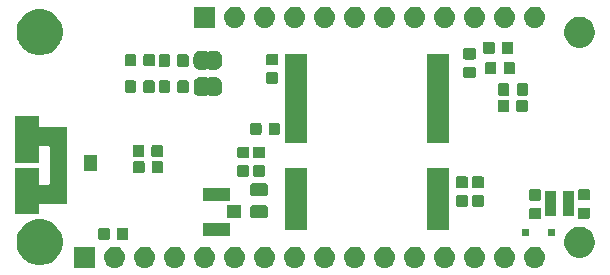
<source format=gbr>
G04 #@! TF.GenerationSoftware,KiCad,Pcbnew,(5.1.4)-1*
G04 #@! TF.CreationDate,2019-12-26T22:32:10-05:00*
G04 #@! TF.ProjectId,Feather-NEO-M9N-GPS,46656174-6865-4722-9d4e-454f2d4d394e,rev?*
G04 #@! TF.SameCoordinates,Original*
G04 #@! TF.FileFunction,Soldermask,Top*
G04 #@! TF.FilePolarity,Negative*
%FSLAX46Y46*%
G04 Gerber Fmt 4.6, Leading zero omitted, Abs format (unit mm)*
G04 Created by KiCad (PCBNEW (5.1.4)-1) date 2019-12-26 22:32:10*
%MOMM*%
%LPD*%
G04 APERTURE LIST*
%ADD10C,0.100000*%
G04 APERTURE END LIST*
D10*
G36*
X173198743Y-95193719D02*
G01*
X173264927Y-95200237D01*
X173434766Y-95251757D01*
X173591291Y-95335422D01*
X173627029Y-95364752D01*
X173728486Y-95448014D01*
X173811748Y-95549471D01*
X173841078Y-95585209D01*
X173924743Y-95741734D01*
X173976263Y-95911573D01*
X173993659Y-96088200D01*
X173976263Y-96264827D01*
X173924743Y-96434666D01*
X173841078Y-96591191D01*
X173811748Y-96626929D01*
X173728486Y-96728386D01*
X173627029Y-96811648D01*
X173591291Y-96840978D01*
X173434766Y-96924643D01*
X173264927Y-96976163D01*
X173198743Y-96982681D01*
X173132560Y-96989200D01*
X173044040Y-96989200D01*
X172977857Y-96982681D01*
X172911673Y-96976163D01*
X172741834Y-96924643D01*
X172585309Y-96840978D01*
X172549571Y-96811648D01*
X172448114Y-96728386D01*
X172364852Y-96626929D01*
X172335522Y-96591191D01*
X172251857Y-96434666D01*
X172200337Y-96264827D01*
X172182941Y-96088200D01*
X172200337Y-95911573D01*
X172251857Y-95741734D01*
X172335522Y-95585209D01*
X172364852Y-95549471D01*
X172448114Y-95448014D01*
X172549571Y-95364752D01*
X172585309Y-95335422D01*
X172741834Y-95251757D01*
X172911673Y-95200237D01*
X172977857Y-95193719D01*
X173044040Y-95187200D01*
X173132560Y-95187200D01*
X173198743Y-95193719D01*
X173198743Y-95193719D01*
G37*
G36*
X152878743Y-95193719D02*
G01*
X152944927Y-95200237D01*
X153114766Y-95251757D01*
X153271291Y-95335422D01*
X153307029Y-95364752D01*
X153408486Y-95448014D01*
X153491748Y-95549471D01*
X153521078Y-95585209D01*
X153604743Y-95741734D01*
X153656263Y-95911573D01*
X153673659Y-96088200D01*
X153656263Y-96264827D01*
X153604743Y-96434666D01*
X153521078Y-96591191D01*
X153491748Y-96626929D01*
X153408486Y-96728386D01*
X153307029Y-96811648D01*
X153271291Y-96840978D01*
X153114766Y-96924643D01*
X152944927Y-96976163D01*
X152878743Y-96982681D01*
X152812560Y-96989200D01*
X152724040Y-96989200D01*
X152657857Y-96982681D01*
X152591673Y-96976163D01*
X152421834Y-96924643D01*
X152265309Y-96840978D01*
X152229571Y-96811648D01*
X152128114Y-96728386D01*
X152044852Y-96626929D01*
X152015522Y-96591191D01*
X151931857Y-96434666D01*
X151880337Y-96264827D01*
X151862941Y-96088200D01*
X151880337Y-95911573D01*
X151931857Y-95741734D01*
X152015522Y-95585209D01*
X152044852Y-95549471D01*
X152128114Y-95448014D01*
X152229571Y-95364752D01*
X152265309Y-95335422D01*
X152421834Y-95251757D01*
X152591673Y-95200237D01*
X152657857Y-95193719D01*
X152724040Y-95187200D01*
X152812560Y-95187200D01*
X152878743Y-95193719D01*
X152878743Y-95193719D01*
G37*
G36*
X135889300Y-96989200D02*
G01*
X134087300Y-96989200D01*
X134087300Y-95187200D01*
X135889300Y-95187200D01*
X135889300Y-96989200D01*
X135889300Y-96989200D01*
G37*
G36*
X137638743Y-95193719D02*
G01*
X137704927Y-95200237D01*
X137874766Y-95251757D01*
X138031291Y-95335422D01*
X138067029Y-95364752D01*
X138168486Y-95448014D01*
X138251748Y-95549471D01*
X138281078Y-95585209D01*
X138364743Y-95741734D01*
X138416263Y-95911573D01*
X138433659Y-96088200D01*
X138416263Y-96264827D01*
X138364743Y-96434666D01*
X138281078Y-96591191D01*
X138251748Y-96626929D01*
X138168486Y-96728386D01*
X138067029Y-96811648D01*
X138031291Y-96840978D01*
X137874766Y-96924643D01*
X137704927Y-96976163D01*
X137638743Y-96982681D01*
X137572560Y-96989200D01*
X137484040Y-96989200D01*
X137417857Y-96982681D01*
X137351673Y-96976163D01*
X137181834Y-96924643D01*
X137025309Y-96840978D01*
X136989571Y-96811648D01*
X136888114Y-96728386D01*
X136804852Y-96626929D01*
X136775522Y-96591191D01*
X136691857Y-96434666D01*
X136640337Y-96264827D01*
X136622941Y-96088200D01*
X136640337Y-95911573D01*
X136691857Y-95741734D01*
X136775522Y-95585209D01*
X136804852Y-95549471D01*
X136888114Y-95448014D01*
X136989571Y-95364752D01*
X137025309Y-95335422D01*
X137181834Y-95251757D01*
X137351673Y-95200237D01*
X137417857Y-95193719D01*
X137484040Y-95187200D01*
X137572560Y-95187200D01*
X137638743Y-95193719D01*
X137638743Y-95193719D01*
G37*
G36*
X140178743Y-95193719D02*
G01*
X140244927Y-95200237D01*
X140414766Y-95251757D01*
X140571291Y-95335422D01*
X140607029Y-95364752D01*
X140708486Y-95448014D01*
X140791748Y-95549471D01*
X140821078Y-95585209D01*
X140904743Y-95741734D01*
X140956263Y-95911573D01*
X140973659Y-96088200D01*
X140956263Y-96264827D01*
X140904743Y-96434666D01*
X140821078Y-96591191D01*
X140791748Y-96626929D01*
X140708486Y-96728386D01*
X140607029Y-96811648D01*
X140571291Y-96840978D01*
X140414766Y-96924643D01*
X140244927Y-96976163D01*
X140178743Y-96982681D01*
X140112560Y-96989200D01*
X140024040Y-96989200D01*
X139957857Y-96982681D01*
X139891673Y-96976163D01*
X139721834Y-96924643D01*
X139565309Y-96840978D01*
X139529571Y-96811648D01*
X139428114Y-96728386D01*
X139344852Y-96626929D01*
X139315522Y-96591191D01*
X139231857Y-96434666D01*
X139180337Y-96264827D01*
X139162941Y-96088200D01*
X139180337Y-95911573D01*
X139231857Y-95741734D01*
X139315522Y-95585209D01*
X139344852Y-95549471D01*
X139428114Y-95448014D01*
X139529571Y-95364752D01*
X139565309Y-95335422D01*
X139721834Y-95251757D01*
X139891673Y-95200237D01*
X139957857Y-95193719D01*
X140024040Y-95187200D01*
X140112560Y-95187200D01*
X140178743Y-95193719D01*
X140178743Y-95193719D01*
G37*
G36*
X142718743Y-95193719D02*
G01*
X142784927Y-95200237D01*
X142954766Y-95251757D01*
X143111291Y-95335422D01*
X143147029Y-95364752D01*
X143248486Y-95448014D01*
X143331748Y-95549471D01*
X143361078Y-95585209D01*
X143444743Y-95741734D01*
X143496263Y-95911573D01*
X143513659Y-96088200D01*
X143496263Y-96264827D01*
X143444743Y-96434666D01*
X143361078Y-96591191D01*
X143331748Y-96626929D01*
X143248486Y-96728386D01*
X143147029Y-96811648D01*
X143111291Y-96840978D01*
X142954766Y-96924643D01*
X142784927Y-96976163D01*
X142718743Y-96982681D01*
X142652560Y-96989200D01*
X142564040Y-96989200D01*
X142497857Y-96982681D01*
X142431673Y-96976163D01*
X142261834Y-96924643D01*
X142105309Y-96840978D01*
X142069571Y-96811648D01*
X141968114Y-96728386D01*
X141884852Y-96626929D01*
X141855522Y-96591191D01*
X141771857Y-96434666D01*
X141720337Y-96264827D01*
X141702941Y-96088200D01*
X141720337Y-95911573D01*
X141771857Y-95741734D01*
X141855522Y-95585209D01*
X141884852Y-95549471D01*
X141968114Y-95448014D01*
X142069571Y-95364752D01*
X142105309Y-95335422D01*
X142261834Y-95251757D01*
X142431673Y-95200237D01*
X142497857Y-95193719D01*
X142564040Y-95187200D01*
X142652560Y-95187200D01*
X142718743Y-95193719D01*
X142718743Y-95193719D01*
G37*
G36*
X145258743Y-95193719D02*
G01*
X145324927Y-95200237D01*
X145494766Y-95251757D01*
X145651291Y-95335422D01*
X145687029Y-95364752D01*
X145788486Y-95448014D01*
X145871748Y-95549471D01*
X145901078Y-95585209D01*
X145984743Y-95741734D01*
X146036263Y-95911573D01*
X146053659Y-96088200D01*
X146036263Y-96264827D01*
X145984743Y-96434666D01*
X145901078Y-96591191D01*
X145871748Y-96626929D01*
X145788486Y-96728386D01*
X145687029Y-96811648D01*
X145651291Y-96840978D01*
X145494766Y-96924643D01*
X145324927Y-96976163D01*
X145258743Y-96982681D01*
X145192560Y-96989200D01*
X145104040Y-96989200D01*
X145037857Y-96982681D01*
X144971673Y-96976163D01*
X144801834Y-96924643D01*
X144645309Y-96840978D01*
X144609571Y-96811648D01*
X144508114Y-96728386D01*
X144424852Y-96626929D01*
X144395522Y-96591191D01*
X144311857Y-96434666D01*
X144260337Y-96264827D01*
X144242941Y-96088200D01*
X144260337Y-95911573D01*
X144311857Y-95741734D01*
X144395522Y-95585209D01*
X144424852Y-95549471D01*
X144508114Y-95448014D01*
X144609571Y-95364752D01*
X144645309Y-95335422D01*
X144801834Y-95251757D01*
X144971673Y-95200237D01*
X145037857Y-95193719D01*
X145104040Y-95187200D01*
X145192560Y-95187200D01*
X145258743Y-95193719D01*
X145258743Y-95193719D01*
G37*
G36*
X147798743Y-95193719D02*
G01*
X147864927Y-95200237D01*
X148034766Y-95251757D01*
X148191291Y-95335422D01*
X148227029Y-95364752D01*
X148328486Y-95448014D01*
X148411748Y-95549471D01*
X148441078Y-95585209D01*
X148524743Y-95741734D01*
X148576263Y-95911573D01*
X148593659Y-96088200D01*
X148576263Y-96264827D01*
X148524743Y-96434666D01*
X148441078Y-96591191D01*
X148411748Y-96626929D01*
X148328486Y-96728386D01*
X148227029Y-96811648D01*
X148191291Y-96840978D01*
X148034766Y-96924643D01*
X147864927Y-96976163D01*
X147798743Y-96982681D01*
X147732560Y-96989200D01*
X147644040Y-96989200D01*
X147577857Y-96982681D01*
X147511673Y-96976163D01*
X147341834Y-96924643D01*
X147185309Y-96840978D01*
X147149571Y-96811648D01*
X147048114Y-96728386D01*
X146964852Y-96626929D01*
X146935522Y-96591191D01*
X146851857Y-96434666D01*
X146800337Y-96264827D01*
X146782941Y-96088200D01*
X146800337Y-95911573D01*
X146851857Y-95741734D01*
X146935522Y-95585209D01*
X146964852Y-95549471D01*
X147048114Y-95448014D01*
X147149571Y-95364752D01*
X147185309Y-95335422D01*
X147341834Y-95251757D01*
X147511673Y-95200237D01*
X147577857Y-95193719D01*
X147644040Y-95187200D01*
X147732560Y-95187200D01*
X147798743Y-95193719D01*
X147798743Y-95193719D01*
G37*
G36*
X150338743Y-95193719D02*
G01*
X150404927Y-95200237D01*
X150574766Y-95251757D01*
X150731291Y-95335422D01*
X150767029Y-95364752D01*
X150868486Y-95448014D01*
X150951748Y-95549471D01*
X150981078Y-95585209D01*
X151064743Y-95741734D01*
X151116263Y-95911573D01*
X151133659Y-96088200D01*
X151116263Y-96264827D01*
X151064743Y-96434666D01*
X150981078Y-96591191D01*
X150951748Y-96626929D01*
X150868486Y-96728386D01*
X150767029Y-96811648D01*
X150731291Y-96840978D01*
X150574766Y-96924643D01*
X150404927Y-96976163D01*
X150338743Y-96982681D01*
X150272560Y-96989200D01*
X150184040Y-96989200D01*
X150117857Y-96982681D01*
X150051673Y-96976163D01*
X149881834Y-96924643D01*
X149725309Y-96840978D01*
X149689571Y-96811648D01*
X149588114Y-96728386D01*
X149504852Y-96626929D01*
X149475522Y-96591191D01*
X149391857Y-96434666D01*
X149340337Y-96264827D01*
X149322941Y-96088200D01*
X149340337Y-95911573D01*
X149391857Y-95741734D01*
X149475522Y-95585209D01*
X149504852Y-95549471D01*
X149588114Y-95448014D01*
X149689571Y-95364752D01*
X149725309Y-95335422D01*
X149881834Y-95251757D01*
X150051673Y-95200237D01*
X150117857Y-95193719D01*
X150184040Y-95187200D01*
X150272560Y-95187200D01*
X150338743Y-95193719D01*
X150338743Y-95193719D01*
G37*
G36*
X157958743Y-95193719D02*
G01*
X158024927Y-95200237D01*
X158194766Y-95251757D01*
X158351291Y-95335422D01*
X158387029Y-95364752D01*
X158488486Y-95448014D01*
X158571748Y-95549471D01*
X158601078Y-95585209D01*
X158684743Y-95741734D01*
X158736263Y-95911573D01*
X158753659Y-96088200D01*
X158736263Y-96264827D01*
X158684743Y-96434666D01*
X158601078Y-96591191D01*
X158571748Y-96626929D01*
X158488486Y-96728386D01*
X158387029Y-96811648D01*
X158351291Y-96840978D01*
X158194766Y-96924643D01*
X158024927Y-96976163D01*
X157958743Y-96982681D01*
X157892560Y-96989200D01*
X157804040Y-96989200D01*
X157737857Y-96982681D01*
X157671673Y-96976163D01*
X157501834Y-96924643D01*
X157345309Y-96840978D01*
X157309571Y-96811648D01*
X157208114Y-96728386D01*
X157124852Y-96626929D01*
X157095522Y-96591191D01*
X157011857Y-96434666D01*
X156960337Y-96264827D01*
X156942941Y-96088200D01*
X156960337Y-95911573D01*
X157011857Y-95741734D01*
X157095522Y-95585209D01*
X157124852Y-95549471D01*
X157208114Y-95448014D01*
X157309571Y-95364752D01*
X157345309Y-95335422D01*
X157501834Y-95251757D01*
X157671673Y-95200237D01*
X157737857Y-95193719D01*
X157804040Y-95187200D01*
X157892560Y-95187200D01*
X157958743Y-95193719D01*
X157958743Y-95193719D01*
G37*
G36*
X155418743Y-95193719D02*
G01*
X155484927Y-95200237D01*
X155654766Y-95251757D01*
X155811291Y-95335422D01*
X155847029Y-95364752D01*
X155948486Y-95448014D01*
X156031748Y-95549471D01*
X156061078Y-95585209D01*
X156144743Y-95741734D01*
X156196263Y-95911573D01*
X156213659Y-96088200D01*
X156196263Y-96264827D01*
X156144743Y-96434666D01*
X156061078Y-96591191D01*
X156031748Y-96626929D01*
X155948486Y-96728386D01*
X155847029Y-96811648D01*
X155811291Y-96840978D01*
X155654766Y-96924643D01*
X155484927Y-96976163D01*
X155418743Y-96982681D01*
X155352560Y-96989200D01*
X155264040Y-96989200D01*
X155197857Y-96982681D01*
X155131673Y-96976163D01*
X154961834Y-96924643D01*
X154805309Y-96840978D01*
X154769571Y-96811648D01*
X154668114Y-96728386D01*
X154584852Y-96626929D01*
X154555522Y-96591191D01*
X154471857Y-96434666D01*
X154420337Y-96264827D01*
X154402941Y-96088200D01*
X154420337Y-95911573D01*
X154471857Y-95741734D01*
X154555522Y-95585209D01*
X154584852Y-95549471D01*
X154668114Y-95448014D01*
X154769571Y-95364752D01*
X154805309Y-95335422D01*
X154961834Y-95251757D01*
X155131673Y-95200237D01*
X155197857Y-95193719D01*
X155264040Y-95187200D01*
X155352560Y-95187200D01*
X155418743Y-95193719D01*
X155418743Y-95193719D01*
G37*
G36*
X170658743Y-95193719D02*
G01*
X170724927Y-95200237D01*
X170894766Y-95251757D01*
X171051291Y-95335422D01*
X171087029Y-95364752D01*
X171188486Y-95448014D01*
X171271748Y-95549471D01*
X171301078Y-95585209D01*
X171384743Y-95741734D01*
X171436263Y-95911573D01*
X171453659Y-96088200D01*
X171436263Y-96264827D01*
X171384743Y-96434666D01*
X171301078Y-96591191D01*
X171271748Y-96626929D01*
X171188486Y-96728386D01*
X171087029Y-96811648D01*
X171051291Y-96840978D01*
X170894766Y-96924643D01*
X170724927Y-96976163D01*
X170658743Y-96982681D01*
X170592560Y-96989200D01*
X170504040Y-96989200D01*
X170437857Y-96982681D01*
X170371673Y-96976163D01*
X170201834Y-96924643D01*
X170045309Y-96840978D01*
X170009571Y-96811648D01*
X169908114Y-96728386D01*
X169824852Y-96626929D01*
X169795522Y-96591191D01*
X169711857Y-96434666D01*
X169660337Y-96264827D01*
X169642941Y-96088200D01*
X169660337Y-95911573D01*
X169711857Y-95741734D01*
X169795522Y-95585209D01*
X169824852Y-95549471D01*
X169908114Y-95448014D01*
X170009571Y-95364752D01*
X170045309Y-95335422D01*
X170201834Y-95251757D01*
X170371673Y-95200237D01*
X170437857Y-95193719D01*
X170504040Y-95187200D01*
X170592560Y-95187200D01*
X170658743Y-95193719D01*
X170658743Y-95193719D01*
G37*
G36*
X168118743Y-95193719D02*
G01*
X168184927Y-95200237D01*
X168354766Y-95251757D01*
X168511291Y-95335422D01*
X168547029Y-95364752D01*
X168648486Y-95448014D01*
X168731748Y-95549471D01*
X168761078Y-95585209D01*
X168844743Y-95741734D01*
X168896263Y-95911573D01*
X168913659Y-96088200D01*
X168896263Y-96264827D01*
X168844743Y-96434666D01*
X168761078Y-96591191D01*
X168731748Y-96626929D01*
X168648486Y-96728386D01*
X168547029Y-96811648D01*
X168511291Y-96840978D01*
X168354766Y-96924643D01*
X168184927Y-96976163D01*
X168118743Y-96982681D01*
X168052560Y-96989200D01*
X167964040Y-96989200D01*
X167897857Y-96982681D01*
X167831673Y-96976163D01*
X167661834Y-96924643D01*
X167505309Y-96840978D01*
X167469571Y-96811648D01*
X167368114Y-96728386D01*
X167284852Y-96626929D01*
X167255522Y-96591191D01*
X167171857Y-96434666D01*
X167120337Y-96264827D01*
X167102941Y-96088200D01*
X167120337Y-95911573D01*
X167171857Y-95741734D01*
X167255522Y-95585209D01*
X167284852Y-95549471D01*
X167368114Y-95448014D01*
X167469571Y-95364752D01*
X167505309Y-95335422D01*
X167661834Y-95251757D01*
X167831673Y-95200237D01*
X167897857Y-95193719D01*
X167964040Y-95187200D01*
X168052560Y-95187200D01*
X168118743Y-95193719D01*
X168118743Y-95193719D01*
G37*
G36*
X165578743Y-95193719D02*
G01*
X165644927Y-95200237D01*
X165814766Y-95251757D01*
X165971291Y-95335422D01*
X166007029Y-95364752D01*
X166108486Y-95448014D01*
X166191748Y-95549471D01*
X166221078Y-95585209D01*
X166304743Y-95741734D01*
X166356263Y-95911573D01*
X166373659Y-96088200D01*
X166356263Y-96264827D01*
X166304743Y-96434666D01*
X166221078Y-96591191D01*
X166191748Y-96626929D01*
X166108486Y-96728386D01*
X166007029Y-96811648D01*
X165971291Y-96840978D01*
X165814766Y-96924643D01*
X165644927Y-96976163D01*
X165578743Y-96982681D01*
X165512560Y-96989200D01*
X165424040Y-96989200D01*
X165357857Y-96982681D01*
X165291673Y-96976163D01*
X165121834Y-96924643D01*
X164965309Y-96840978D01*
X164929571Y-96811648D01*
X164828114Y-96728386D01*
X164744852Y-96626929D01*
X164715522Y-96591191D01*
X164631857Y-96434666D01*
X164580337Y-96264827D01*
X164562941Y-96088200D01*
X164580337Y-95911573D01*
X164631857Y-95741734D01*
X164715522Y-95585209D01*
X164744852Y-95549471D01*
X164828114Y-95448014D01*
X164929571Y-95364752D01*
X164965309Y-95335422D01*
X165121834Y-95251757D01*
X165291673Y-95200237D01*
X165357857Y-95193719D01*
X165424040Y-95187200D01*
X165512560Y-95187200D01*
X165578743Y-95193719D01*
X165578743Y-95193719D01*
G37*
G36*
X163038743Y-95193719D02*
G01*
X163104927Y-95200237D01*
X163274766Y-95251757D01*
X163431291Y-95335422D01*
X163467029Y-95364752D01*
X163568486Y-95448014D01*
X163651748Y-95549471D01*
X163681078Y-95585209D01*
X163764743Y-95741734D01*
X163816263Y-95911573D01*
X163833659Y-96088200D01*
X163816263Y-96264827D01*
X163764743Y-96434666D01*
X163681078Y-96591191D01*
X163651748Y-96626929D01*
X163568486Y-96728386D01*
X163467029Y-96811648D01*
X163431291Y-96840978D01*
X163274766Y-96924643D01*
X163104927Y-96976163D01*
X163038743Y-96982681D01*
X162972560Y-96989200D01*
X162884040Y-96989200D01*
X162817857Y-96982681D01*
X162751673Y-96976163D01*
X162581834Y-96924643D01*
X162425309Y-96840978D01*
X162389571Y-96811648D01*
X162288114Y-96728386D01*
X162204852Y-96626929D01*
X162175522Y-96591191D01*
X162091857Y-96434666D01*
X162040337Y-96264827D01*
X162022941Y-96088200D01*
X162040337Y-95911573D01*
X162091857Y-95741734D01*
X162175522Y-95585209D01*
X162204852Y-95549471D01*
X162288114Y-95448014D01*
X162389571Y-95364752D01*
X162425309Y-95335422D01*
X162581834Y-95251757D01*
X162751673Y-95200237D01*
X162817857Y-95193719D01*
X162884040Y-95187200D01*
X162972560Y-95187200D01*
X163038743Y-95193719D01*
X163038743Y-95193719D01*
G37*
G36*
X160498743Y-95193719D02*
G01*
X160564927Y-95200237D01*
X160734766Y-95251757D01*
X160891291Y-95335422D01*
X160927029Y-95364752D01*
X161028486Y-95448014D01*
X161111748Y-95549471D01*
X161141078Y-95585209D01*
X161224743Y-95741734D01*
X161276263Y-95911573D01*
X161293659Y-96088200D01*
X161276263Y-96264827D01*
X161224743Y-96434666D01*
X161141078Y-96591191D01*
X161111748Y-96626929D01*
X161028486Y-96728386D01*
X160927029Y-96811648D01*
X160891291Y-96840978D01*
X160734766Y-96924643D01*
X160564927Y-96976163D01*
X160498743Y-96982681D01*
X160432560Y-96989200D01*
X160344040Y-96989200D01*
X160277857Y-96982681D01*
X160211673Y-96976163D01*
X160041834Y-96924643D01*
X159885309Y-96840978D01*
X159849571Y-96811648D01*
X159748114Y-96728386D01*
X159664852Y-96626929D01*
X159635522Y-96591191D01*
X159551857Y-96434666D01*
X159500337Y-96264827D01*
X159482941Y-96088200D01*
X159500337Y-95911573D01*
X159551857Y-95741734D01*
X159635522Y-95585209D01*
X159664852Y-95549471D01*
X159748114Y-95448014D01*
X159849571Y-95364752D01*
X159885309Y-95335422D01*
X160041834Y-95251757D01*
X160211673Y-95200237D01*
X160277857Y-95193719D01*
X160344040Y-95187200D01*
X160432560Y-95187200D01*
X160498743Y-95193719D01*
X160498743Y-95193719D01*
G37*
G36*
X131747385Y-92942175D02*
G01*
X132102443Y-93089245D01*
X132102445Y-93089246D01*
X132421990Y-93302759D01*
X132693741Y-93574510D01*
X132907254Y-93894055D01*
X132907255Y-93894057D01*
X133054325Y-94249115D01*
X133129300Y-94626042D01*
X133129300Y-95010358D01*
X133054325Y-95387285D01*
X132972342Y-95585209D01*
X132907254Y-95742345D01*
X132693741Y-96061890D01*
X132421990Y-96333641D01*
X132102445Y-96547154D01*
X132102444Y-96547155D01*
X132102443Y-96547155D01*
X131747385Y-96694225D01*
X131370458Y-96769200D01*
X130986142Y-96769200D01*
X130609215Y-96694225D01*
X130254157Y-96547155D01*
X130254156Y-96547155D01*
X130254155Y-96547154D01*
X129934610Y-96333641D01*
X129662859Y-96061890D01*
X129449346Y-95742345D01*
X129384258Y-95585209D01*
X129302275Y-95387285D01*
X129227300Y-95010358D01*
X129227300Y-94626042D01*
X129302275Y-94249115D01*
X129449345Y-93894057D01*
X129449346Y-93894055D01*
X129662859Y-93574510D01*
X129934610Y-93302759D01*
X130254155Y-93089246D01*
X130254157Y-93089245D01*
X130609215Y-92942175D01*
X130986142Y-92867200D01*
X131370458Y-92867200D01*
X131747385Y-92942175D01*
X131747385Y-92942175D01*
G37*
G36*
X177277787Y-93567196D02*
G01*
X177514553Y-93665268D01*
X177514555Y-93665269D01*
X177599728Y-93722180D01*
X177727639Y-93807647D01*
X177908853Y-93988861D01*
X178051232Y-94201947D01*
X178149304Y-94438713D01*
X178199300Y-94690061D01*
X178199300Y-94946339D01*
X178149304Y-95197687D01*
X178070769Y-95387286D01*
X178051231Y-95434455D01*
X177908853Y-95647539D01*
X177727639Y-95828753D01*
X177514555Y-95971131D01*
X177514554Y-95971132D01*
X177514553Y-95971132D01*
X177277787Y-96069204D01*
X177026439Y-96119200D01*
X176770161Y-96119200D01*
X176518813Y-96069204D01*
X176282047Y-95971132D01*
X176282046Y-95971132D01*
X176282045Y-95971131D01*
X176068961Y-95828753D01*
X175887747Y-95647539D01*
X175745369Y-95434455D01*
X175725831Y-95387286D01*
X175647296Y-95197687D01*
X175597300Y-94946339D01*
X175597300Y-94690061D01*
X175647296Y-94438713D01*
X175745368Y-94201947D01*
X175887747Y-93988861D01*
X176068961Y-93807647D01*
X176196872Y-93722180D01*
X176282045Y-93665269D01*
X176282047Y-93665268D01*
X176518813Y-93567196D01*
X176770161Y-93517200D01*
X177026439Y-93517200D01*
X177277787Y-93567196D01*
X177277787Y-93567196D01*
G37*
G36*
X138543591Y-93580005D02*
G01*
X138577569Y-93590313D01*
X138608890Y-93607054D01*
X138636339Y-93629581D01*
X138658866Y-93657030D01*
X138675607Y-93688351D01*
X138685915Y-93722329D01*
X138690000Y-93763810D01*
X138690000Y-94440030D01*
X138685915Y-94481511D01*
X138675607Y-94515489D01*
X138658866Y-94546810D01*
X138636339Y-94574259D01*
X138608890Y-94596786D01*
X138577569Y-94613527D01*
X138543591Y-94623835D01*
X138502110Y-94627920D01*
X137900890Y-94627920D01*
X137859409Y-94623835D01*
X137825431Y-94613527D01*
X137794110Y-94596786D01*
X137766661Y-94574259D01*
X137744134Y-94546810D01*
X137727393Y-94515489D01*
X137717085Y-94481511D01*
X137713000Y-94440030D01*
X137713000Y-93763810D01*
X137717085Y-93722329D01*
X137727393Y-93688351D01*
X137744134Y-93657030D01*
X137766661Y-93629581D01*
X137794110Y-93607054D01*
X137825431Y-93590313D01*
X137859409Y-93580005D01*
X137900890Y-93575920D01*
X138502110Y-93575920D01*
X138543591Y-93580005D01*
X138543591Y-93580005D01*
G37*
G36*
X136968591Y-93580005D02*
G01*
X137002569Y-93590313D01*
X137033890Y-93607054D01*
X137061339Y-93629581D01*
X137083866Y-93657030D01*
X137100607Y-93688351D01*
X137110915Y-93722329D01*
X137115000Y-93763810D01*
X137115000Y-94440030D01*
X137110915Y-94481511D01*
X137100607Y-94515489D01*
X137083866Y-94546810D01*
X137061339Y-94574259D01*
X137033890Y-94596786D01*
X137002569Y-94613527D01*
X136968591Y-94623835D01*
X136927110Y-94627920D01*
X136325890Y-94627920D01*
X136284409Y-94623835D01*
X136250431Y-94613527D01*
X136219110Y-94596786D01*
X136191661Y-94574259D01*
X136169134Y-94546810D01*
X136152393Y-94515489D01*
X136142085Y-94481511D01*
X136138000Y-94440030D01*
X136138000Y-93763810D01*
X136142085Y-93722329D01*
X136152393Y-93688351D01*
X136169134Y-93657030D01*
X136191661Y-93629581D01*
X136219110Y-93607054D01*
X136250431Y-93590313D01*
X136284409Y-93580005D01*
X136325890Y-93575920D01*
X136927110Y-93575920D01*
X136968591Y-93580005D01*
X136968591Y-93580005D01*
G37*
G36*
X174842360Y-94324180D02*
G01*
X174240360Y-94324180D01*
X174240360Y-93722180D01*
X174842360Y-93722180D01*
X174842360Y-94324180D01*
X174842360Y-94324180D01*
G37*
G36*
X172642360Y-94324180D02*
G01*
X172040360Y-94324180D01*
X172040360Y-93722180D01*
X172642360Y-93722180D01*
X172642360Y-94324180D01*
X172642360Y-94324180D01*
G37*
G36*
X147289900Y-94303800D02*
G01*
X144987900Y-94303800D01*
X144987900Y-93151800D01*
X147289900Y-93151800D01*
X147289900Y-94303800D01*
X147289900Y-94303800D01*
G37*
G36*
X165853400Y-93798300D02*
G01*
X163951400Y-93798300D01*
X163951400Y-88496300D01*
X165853400Y-88496300D01*
X165853400Y-93798300D01*
X165853400Y-93798300D01*
G37*
G36*
X153853400Y-93798300D02*
G01*
X151951400Y-93798300D01*
X151951400Y-88496300D01*
X153853400Y-88496300D01*
X153853400Y-93798300D01*
X153853400Y-93798300D01*
G37*
G36*
X173516151Y-91913265D02*
G01*
X173550129Y-91923573D01*
X173581450Y-91940314D01*
X173608899Y-91962841D01*
X173631426Y-91990290D01*
X173648167Y-92021611D01*
X173658475Y-92055589D01*
X173662560Y-92097070D01*
X173662560Y-92698290D01*
X173658475Y-92739771D01*
X173648167Y-92773749D01*
X173631426Y-92805070D01*
X173608899Y-92832519D01*
X173581450Y-92855046D01*
X173550129Y-92871787D01*
X173516151Y-92882095D01*
X173474670Y-92886180D01*
X172798450Y-92886180D01*
X172756969Y-92882095D01*
X172722991Y-92871787D01*
X172691670Y-92855046D01*
X172664221Y-92832519D01*
X172641694Y-92805070D01*
X172624953Y-92773749D01*
X172614645Y-92739771D01*
X172610560Y-92698290D01*
X172610560Y-92097070D01*
X172614645Y-92055589D01*
X172624953Y-92021611D01*
X172641694Y-91990290D01*
X172664221Y-91962841D01*
X172691670Y-91940314D01*
X172722991Y-91923573D01*
X172756969Y-91913265D01*
X172798450Y-91909180D01*
X173474670Y-91909180D01*
X173516151Y-91913265D01*
X173516151Y-91913265D01*
G37*
G36*
X177630951Y-91887865D02*
G01*
X177664929Y-91898173D01*
X177696250Y-91914914D01*
X177723699Y-91937441D01*
X177746226Y-91964890D01*
X177762967Y-91996211D01*
X177773275Y-92030189D01*
X177777360Y-92071670D01*
X177777360Y-92672890D01*
X177773275Y-92714371D01*
X177762967Y-92748349D01*
X177746226Y-92779670D01*
X177723699Y-92807119D01*
X177696250Y-92829646D01*
X177664929Y-92846387D01*
X177630951Y-92856695D01*
X177589470Y-92860780D01*
X176913250Y-92860780D01*
X176871769Y-92856695D01*
X176837791Y-92846387D01*
X176806470Y-92829646D01*
X176779021Y-92807119D01*
X176756494Y-92779670D01*
X176739753Y-92748349D01*
X176729445Y-92714371D01*
X176725360Y-92672890D01*
X176725360Y-92071670D01*
X176729445Y-92030189D01*
X176739753Y-91996211D01*
X176756494Y-91964890D01*
X176779021Y-91937441D01*
X176806470Y-91914914D01*
X176837791Y-91898173D01*
X176871769Y-91887865D01*
X176913250Y-91883780D01*
X177589470Y-91883780D01*
X177630951Y-91887865D01*
X177630951Y-91887865D01*
G37*
G36*
X148239900Y-92803800D02*
G01*
X147087900Y-92803800D01*
X147087900Y-91701800D01*
X148239900Y-91701800D01*
X148239900Y-92803800D01*
X148239900Y-92803800D01*
G37*
G36*
X150342868Y-91703865D02*
G01*
X150381538Y-91715596D01*
X150417177Y-91734646D01*
X150448417Y-91760283D01*
X150474054Y-91791523D01*
X150493104Y-91827162D01*
X150504835Y-91865832D01*
X150509400Y-91912188D01*
X150509400Y-92563412D01*
X150504835Y-92609768D01*
X150493104Y-92648438D01*
X150474054Y-92684077D01*
X150448417Y-92715317D01*
X150417177Y-92740954D01*
X150381538Y-92760004D01*
X150342868Y-92771735D01*
X150296512Y-92776300D01*
X149220288Y-92776300D01*
X149173932Y-92771735D01*
X149135262Y-92760004D01*
X149099623Y-92740954D01*
X149068383Y-92715317D01*
X149042746Y-92684077D01*
X149023696Y-92648438D01*
X149011965Y-92609768D01*
X149007400Y-92563412D01*
X149007400Y-91912188D01*
X149011965Y-91865832D01*
X149023696Y-91827162D01*
X149042746Y-91791523D01*
X149068383Y-91760283D01*
X149099623Y-91734646D01*
X149135262Y-91715596D01*
X149173932Y-91703865D01*
X149220288Y-91699300D01*
X150296512Y-91699300D01*
X150342868Y-91703865D01*
X150342868Y-91703865D01*
G37*
G36*
X176394960Y-92610380D02*
G01*
X175492960Y-92610380D01*
X175492960Y-90508380D01*
X176394960Y-90508380D01*
X176394960Y-92610380D01*
X176394960Y-92610380D01*
G37*
G36*
X174894960Y-92610380D02*
G01*
X173992960Y-92610380D01*
X173992960Y-90508380D01*
X174894960Y-90508380D01*
X174894960Y-92610380D01*
X174894960Y-92610380D01*
G37*
G36*
X131108840Y-84944881D02*
G01*
X131111242Y-84969267D01*
X131118355Y-84992716D01*
X131129906Y-85014327D01*
X131145451Y-85033269D01*
X131164393Y-85048814D01*
X131186004Y-85060365D01*
X131209453Y-85067478D01*
X131233839Y-85069880D01*
X133508840Y-85069880D01*
X133508840Y-91571880D01*
X131233839Y-91571880D01*
X131209453Y-91574282D01*
X131186004Y-91581395D01*
X131164393Y-91592946D01*
X131145451Y-91608491D01*
X131129906Y-91627433D01*
X131118355Y-91649044D01*
X131111242Y-91672493D01*
X131108840Y-91696879D01*
X131108840Y-92469380D01*
X129106840Y-92469380D01*
X129106840Y-88522380D01*
X131108840Y-88522380D01*
X131108840Y-89869881D01*
X131111242Y-89894267D01*
X131118355Y-89917716D01*
X131129906Y-89939327D01*
X131145451Y-89958269D01*
X131164393Y-89973814D01*
X131186004Y-89985365D01*
X131209453Y-89992478D01*
X131233839Y-89994880D01*
X131901841Y-89994880D01*
X131926227Y-89992478D01*
X131949676Y-89985365D01*
X131971287Y-89973814D01*
X131990229Y-89958269D01*
X132005774Y-89939327D01*
X132017325Y-89917716D01*
X132024438Y-89894267D01*
X132026840Y-89869881D01*
X132026840Y-86771879D01*
X132024438Y-86747493D01*
X132017325Y-86724044D01*
X132005774Y-86702433D01*
X131990229Y-86683491D01*
X131971287Y-86667946D01*
X131949676Y-86656395D01*
X131926227Y-86649282D01*
X131901841Y-86646880D01*
X131233839Y-86646880D01*
X131209453Y-86649282D01*
X131186004Y-86656395D01*
X131164393Y-86667946D01*
X131145451Y-86683491D01*
X131129906Y-86702433D01*
X131118355Y-86724044D01*
X131111242Y-86747493D01*
X131108840Y-86771879D01*
X131108840Y-88119380D01*
X129106840Y-88119380D01*
X129106840Y-84172380D01*
X131108840Y-84172380D01*
X131108840Y-84944881D01*
X131108840Y-84944881D01*
G37*
G36*
X168672371Y-90828685D02*
G01*
X168706349Y-90838993D01*
X168737670Y-90855734D01*
X168765119Y-90878261D01*
X168787646Y-90905710D01*
X168804387Y-90937031D01*
X168814695Y-90971009D01*
X168818780Y-91012490D01*
X168818780Y-91613710D01*
X168814695Y-91655191D01*
X168804387Y-91689169D01*
X168787646Y-91720490D01*
X168765119Y-91747939D01*
X168737670Y-91770466D01*
X168706349Y-91787207D01*
X168672371Y-91797515D01*
X168630890Y-91801600D01*
X167954670Y-91801600D01*
X167913189Y-91797515D01*
X167879211Y-91787207D01*
X167847890Y-91770466D01*
X167820441Y-91747939D01*
X167797914Y-91720490D01*
X167781173Y-91689169D01*
X167770865Y-91655191D01*
X167766780Y-91613710D01*
X167766780Y-91012490D01*
X167770865Y-90971009D01*
X167781173Y-90937031D01*
X167797914Y-90905710D01*
X167820441Y-90878261D01*
X167847890Y-90855734D01*
X167879211Y-90838993D01*
X167913189Y-90828685D01*
X167954670Y-90824600D01*
X168630890Y-90824600D01*
X168672371Y-90828685D01*
X168672371Y-90828685D01*
G37*
G36*
X167316011Y-90828685D02*
G01*
X167349989Y-90838993D01*
X167381310Y-90855734D01*
X167408759Y-90878261D01*
X167431286Y-90905710D01*
X167448027Y-90937031D01*
X167458335Y-90971009D01*
X167462420Y-91012490D01*
X167462420Y-91613710D01*
X167458335Y-91655191D01*
X167448027Y-91689169D01*
X167431286Y-91720490D01*
X167408759Y-91747939D01*
X167381310Y-91770466D01*
X167349989Y-91787207D01*
X167316011Y-91797515D01*
X167274530Y-91801600D01*
X166598310Y-91801600D01*
X166556829Y-91797515D01*
X166522851Y-91787207D01*
X166491530Y-91770466D01*
X166464081Y-91747939D01*
X166441554Y-91720490D01*
X166424813Y-91689169D01*
X166414505Y-91655191D01*
X166410420Y-91613710D01*
X166410420Y-91012490D01*
X166414505Y-90971009D01*
X166424813Y-90937031D01*
X166441554Y-90905710D01*
X166464081Y-90878261D01*
X166491530Y-90855734D01*
X166522851Y-90838993D01*
X166556829Y-90828685D01*
X166598310Y-90824600D01*
X167274530Y-90824600D01*
X167316011Y-90828685D01*
X167316011Y-90828685D01*
G37*
G36*
X147289900Y-91353800D02*
G01*
X144987900Y-91353800D01*
X144987900Y-90201800D01*
X147289900Y-90201800D01*
X147289900Y-91353800D01*
X147289900Y-91353800D01*
G37*
G36*
X173516151Y-90338265D02*
G01*
X173550129Y-90348573D01*
X173581450Y-90365314D01*
X173608899Y-90387841D01*
X173631426Y-90415290D01*
X173648167Y-90446611D01*
X173658475Y-90480589D01*
X173662560Y-90522070D01*
X173662560Y-91123290D01*
X173658475Y-91164771D01*
X173648167Y-91198749D01*
X173631426Y-91230070D01*
X173608899Y-91257519D01*
X173581450Y-91280046D01*
X173550129Y-91296787D01*
X173516151Y-91307095D01*
X173474670Y-91311180D01*
X172798450Y-91311180D01*
X172756969Y-91307095D01*
X172722991Y-91296787D01*
X172691670Y-91280046D01*
X172664221Y-91257519D01*
X172641694Y-91230070D01*
X172624953Y-91198749D01*
X172614645Y-91164771D01*
X172610560Y-91123290D01*
X172610560Y-90522070D01*
X172614645Y-90480589D01*
X172624953Y-90446611D01*
X172641694Y-90415290D01*
X172664221Y-90387841D01*
X172691670Y-90365314D01*
X172722991Y-90348573D01*
X172756969Y-90338265D01*
X172798450Y-90334180D01*
X173474670Y-90334180D01*
X173516151Y-90338265D01*
X173516151Y-90338265D01*
G37*
G36*
X177630951Y-90312865D02*
G01*
X177664929Y-90323173D01*
X177696250Y-90339914D01*
X177723699Y-90362441D01*
X177746226Y-90389890D01*
X177762967Y-90421211D01*
X177773275Y-90455189D01*
X177777360Y-90496670D01*
X177777360Y-91097890D01*
X177773275Y-91139371D01*
X177762967Y-91173349D01*
X177746226Y-91204670D01*
X177723699Y-91232119D01*
X177696250Y-91254646D01*
X177664929Y-91271387D01*
X177630951Y-91281695D01*
X177589470Y-91285780D01*
X176913250Y-91285780D01*
X176871769Y-91281695D01*
X176837791Y-91271387D01*
X176806470Y-91254646D01*
X176779021Y-91232119D01*
X176756494Y-91204670D01*
X176739753Y-91173349D01*
X176729445Y-91139371D01*
X176725360Y-91097890D01*
X176725360Y-90496670D01*
X176729445Y-90455189D01*
X176739753Y-90421211D01*
X176756494Y-90389890D01*
X176779021Y-90362441D01*
X176806470Y-90339914D01*
X176837791Y-90323173D01*
X176871769Y-90312865D01*
X176913250Y-90308780D01*
X177589470Y-90308780D01*
X177630951Y-90312865D01*
X177630951Y-90312865D01*
G37*
G36*
X150342868Y-89828865D02*
G01*
X150381538Y-89840596D01*
X150417177Y-89859646D01*
X150448417Y-89885283D01*
X150474054Y-89916523D01*
X150493104Y-89952162D01*
X150504835Y-89990832D01*
X150509400Y-90037188D01*
X150509400Y-90688412D01*
X150504835Y-90734768D01*
X150493104Y-90773438D01*
X150474054Y-90809077D01*
X150448417Y-90840317D01*
X150417177Y-90865954D01*
X150381538Y-90885004D01*
X150342868Y-90896735D01*
X150296512Y-90901300D01*
X149220288Y-90901300D01*
X149173932Y-90896735D01*
X149135262Y-90885004D01*
X149099623Y-90865954D01*
X149068383Y-90840317D01*
X149042746Y-90809077D01*
X149023696Y-90773438D01*
X149011965Y-90734768D01*
X149007400Y-90688412D01*
X149007400Y-90037188D01*
X149011965Y-89990832D01*
X149023696Y-89952162D01*
X149042746Y-89916523D01*
X149068383Y-89885283D01*
X149099623Y-89859646D01*
X149135262Y-89840596D01*
X149173932Y-89828865D01*
X149220288Y-89824300D01*
X150296512Y-89824300D01*
X150342868Y-89828865D01*
X150342868Y-89828865D01*
G37*
G36*
X167316011Y-89253685D02*
G01*
X167349989Y-89263993D01*
X167381310Y-89280734D01*
X167408759Y-89303261D01*
X167431286Y-89330710D01*
X167448027Y-89362031D01*
X167458335Y-89396009D01*
X167462420Y-89437490D01*
X167462420Y-90038710D01*
X167458335Y-90080191D01*
X167448027Y-90114169D01*
X167431286Y-90145490D01*
X167408759Y-90172939D01*
X167381310Y-90195466D01*
X167349989Y-90212207D01*
X167316011Y-90222515D01*
X167274530Y-90226600D01*
X166598310Y-90226600D01*
X166556829Y-90222515D01*
X166522851Y-90212207D01*
X166491530Y-90195466D01*
X166464081Y-90172939D01*
X166441554Y-90145490D01*
X166424813Y-90114169D01*
X166414505Y-90080191D01*
X166410420Y-90038710D01*
X166410420Y-89437490D01*
X166414505Y-89396009D01*
X166424813Y-89362031D01*
X166441554Y-89330710D01*
X166464081Y-89303261D01*
X166491530Y-89280734D01*
X166522851Y-89263993D01*
X166556829Y-89253685D01*
X166598310Y-89249600D01*
X167274530Y-89249600D01*
X167316011Y-89253685D01*
X167316011Y-89253685D01*
G37*
G36*
X168672371Y-89253685D02*
G01*
X168706349Y-89263993D01*
X168737670Y-89280734D01*
X168765119Y-89303261D01*
X168787646Y-89330710D01*
X168804387Y-89362031D01*
X168814695Y-89396009D01*
X168818780Y-89437490D01*
X168818780Y-90038710D01*
X168814695Y-90080191D01*
X168804387Y-90114169D01*
X168787646Y-90145490D01*
X168765119Y-90172939D01*
X168737670Y-90195466D01*
X168706349Y-90212207D01*
X168672371Y-90222515D01*
X168630890Y-90226600D01*
X167954670Y-90226600D01*
X167913189Y-90222515D01*
X167879211Y-90212207D01*
X167847890Y-90195466D01*
X167820441Y-90172939D01*
X167797914Y-90145490D01*
X167781173Y-90114169D01*
X167770865Y-90080191D01*
X167766780Y-90038710D01*
X167766780Y-89437490D01*
X167770865Y-89396009D01*
X167781173Y-89362031D01*
X167797914Y-89330710D01*
X167820441Y-89303261D01*
X167847890Y-89280734D01*
X167879211Y-89263993D01*
X167913189Y-89253685D01*
X167954670Y-89249600D01*
X168630890Y-89249600D01*
X168672371Y-89253685D01*
X168672371Y-89253685D01*
G37*
G36*
X148791791Y-88301385D02*
G01*
X148825769Y-88311693D01*
X148857090Y-88328434D01*
X148884539Y-88350961D01*
X148907066Y-88378410D01*
X148923807Y-88409731D01*
X148934115Y-88443709D01*
X148938200Y-88485190D01*
X148938200Y-89086410D01*
X148934115Y-89127891D01*
X148923807Y-89161869D01*
X148907066Y-89193190D01*
X148884539Y-89220639D01*
X148857090Y-89243166D01*
X148825769Y-89259907D01*
X148791791Y-89270215D01*
X148750310Y-89274300D01*
X148074090Y-89274300D01*
X148032609Y-89270215D01*
X147998631Y-89259907D01*
X147967310Y-89243166D01*
X147939861Y-89220639D01*
X147917334Y-89193190D01*
X147900593Y-89161869D01*
X147890285Y-89127891D01*
X147886200Y-89086410D01*
X147886200Y-88485190D01*
X147890285Y-88443709D01*
X147900593Y-88409731D01*
X147917334Y-88378410D01*
X147939861Y-88350961D01*
X147967310Y-88328434D01*
X147998631Y-88311693D01*
X148032609Y-88301385D01*
X148074090Y-88297300D01*
X148750310Y-88297300D01*
X148791791Y-88301385D01*
X148791791Y-88301385D01*
G37*
G36*
X150137991Y-88301385D02*
G01*
X150171969Y-88311693D01*
X150203290Y-88328434D01*
X150230739Y-88350961D01*
X150253266Y-88378410D01*
X150270007Y-88409731D01*
X150280315Y-88443709D01*
X150284400Y-88485190D01*
X150284400Y-89086410D01*
X150280315Y-89127891D01*
X150270007Y-89161869D01*
X150253266Y-89193190D01*
X150230739Y-89220639D01*
X150203290Y-89243166D01*
X150171969Y-89259907D01*
X150137991Y-89270215D01*
X150096510Y-89274300D01*
X149420290Y-89274300D01*
X149378809Y-89270215D01*
X149344831Y-89259907D01*
X149313510Y-89243166D01*
X149286061Y-89220639D01*
X149263534Y-89193190D01*
X149246793Y-89161869D01*
X149236485Y-89127891D01*
X149232400Y-89086410D01*
X149232400Y-88485190D01*
X149236485Y-88443709D01*
X149246793Y-88409731D01*
X149263534Y-88378410D01*
X149286061Y-88350961D01*
X149313510Y-88328434D01*
X149344831Y-88311693D01*
X149378809Y-88301385D01*
X149420290Y-88297300D01*
X150096510Y-88297300D01*
X150137991Y-88301385D01*
X150137991Y-88301385D01*
G37*
G36*
X141489991Y-87936125D02*
G01*
X141523969Y-87946433D01*
X141555290Y-87963174D01*
X141582739Y-87985701D01*
X141605266Y-88013150D01*
X141622007Y-88044471D01*
X141632315Y-88078449D01*
X141636400Y-88119930D01*
X141636400Y-88796150D01*
X141632315Y-88837631D01*
X141622007Y-88871609D01*
X141605266Y-88902930D01*
X141582739Y-88930379D01*
X141555290Y-88952906D01*
X141523969Y-88969647D01*
X141489991Y-88979955D01*
X141448510Y-88984040D01*
X140847290Y-88984040D01*
X140805809Y-88979955D01*
X140771831Y-88969647D01*
X140740510Y-88952906D01*
X140713061Y-88930379D01*
X140690534Y-88902930D01*
X140673793Y-88871609D01*
X140663485Y-88837631D01*
X140659400Y-88796150D01*
X140659400Y-88119930D01*
X140663485Y-88078449D01*
X140673793Y-88044471D01*
X140690534Y-88013150D01*
X140713061Y-87985701D01*
X140740510Y-87963174D01*
X140771831Y-87946433D01*
X140805809Y-87936125D01*
X140847290Y-87932040D01*
X141448510Y-87932040D01*
X141489991Y-87936125D01*
X141489991Y-87936125D01*
G37*
G36*
X139914991Y-87936125D02*
G01*
X139948969Y-87946433D01*
X139980290Y-87963174D01*
X140007739Y-87985701D01*
X140030266Y-88013150D01*
X140047007Y-88044471D01*
X140057315Y-88078449D01*
X140061400Y-88119930D01*
X140061400Y-88796150D01*
X140057315Y-88837631D01*
X140047007Y-88871609D01*
X140030266Y-88902930D01*
X140007739Y-88930379D01*
X139980290Y-88952906D01*
X139948969Y-88969647D01*
X139914991Y-88979955D01*
X139873510Y-88984040D01*
X139272290Y-88984040D01*
X139230809Y-88979955D01*
X139196831Y-88969647D01*
X139165510Y-88952906D01*
X139138061Y-88930379D01*
X139115534Y-88902930D01*
X139098793Y-88871609D01*
X139088485Y-88837631D01*
X139084400Y-88796150D01*
X139084400Y-88119930D01*
X139088485Y-88078449D01*
X139098793Y-88044471D01*
X139115534Y-88013150D01*
X139138061Y-87985701D01*
X139165510Y-87963174D01*
X139196831Y-87946433D01*
X139230809Y-87936125D01*
X139272290Y-87932040D01*
X139873510Y-87932040D01*
X139914991Y-87936125D01*
X139914991Y-87936125D01*
G37*
G36*
X136023940Y-88793680D02*
G01*
X134922940Y-88793680D01*
X134922940Y-87441680D01*
X136023940Y-87441680D01*
X136023940Y-88793680D01*
X136023940Y-88793680D01*
G37*
G36*
X150137991Y-86726385D02*
G01*
X150171969Y-86736693D01*
X150203290Y-86753434D01*
X150230739Y-86775961D01*
X150253266Y-86803410D01*
X150270007Y-86834731D01*
X150280315Y-86868709D01*
X150284400Y-86910190D01*
X150284400Y-87511410D01*
X150280315Y-87552891D01*
X150270007Y-87586869D01*
X150253266Y-87618190D01*
X150230739Y-87645639D01*
X150203290Y-87668166D01*
X150171969Y-87684907D01*
X150137991Y-87695215D01*
X150096510Y-87699300D01*
X149420290Y-87699300D01*
X149378809Y-87695215D01*
X149344831Y-87684907D01*
X149313510Y-87668166D01*
X149286061Y-87645639D01*
X149263534Y-87618190D01*
X149246793Y-87586869D01*
X149236485Y-87552891D01*
X149232400Y-87511410D01*
X149232400Y-86910190D01*
X149236485Y-86868709D01*
X149246793Y-86834731D01*
X149263534Y-86803410D01*
X149286061Y-86775961D01*
X149313510Y-86753434D01*
X149344831Y-86736693D01*
X149378809Y-86726385D01*
X149420290Y-86722300D01*
X150096510Y-86722300D01*
X150137991Y-86726385D01*
X150137991Y-86726385D01*
G37*
G36*
X148791791Y-86726385D02*
G01*
X148825769Y-86736693D01*
X148857090Y-86753434D01*
X148884539Y-86775961D01*
X148907066Y-86803410D01*
X148923807Y-86834731D01*
X148934115Y-86868709D01*
X148938200Y-86910190D01*
X148938200Y-87511410D01*
X148934115Y-87552891D01*
X148923807Y-87586869D01*
X148907066Y-87618190D01*
X148884539Y-87645639D01*
X148857090Y-87668166D01*
X148825769Y-87684907D01*
X148791791Y-87695215D01*
X148750310Y-87699300D01*
X148074090Y-87699300D01*
X148032609Y-87695215D01*
X147998631Y-87684907D01*
X147967310Y-87668166D01*
X147939861Y-87645639D01*
X147917334Y-87618190D01*
X147900593Y-87586869D01*
X147890285Y-87552891D01*
X147886200Y-87511410D01*
X147886200Y-86910190D01*
X147890285Y-86868709D01*
X147900593Y-86834731D01*
X147917334Y-86803410D01*
X147939861Y-86775961D01*
X147967310Y-86753434D01*
X147998631Y-86736693D01*
X148032609Y-86726385D01*
X148074090Y-86722300D01*
X148750310Y-86722300D01*
X148791791Y-86726385D01*
X148791791Y-86726385D01*
G37*
G36*
X139904831Y-86579765D02*
G01*
X139938809Y-86590073D01*
X139970130Y-86606814D01*
X139997579Y-86629341D01*
X140020106Y-86656790D01*
X140036847Y-86688111D01*
X140047155Y-86722089D01*
X140051240Y-86763570D01*
X140051240Y-87439790D01*
X140047155Y-87481271D01*
X140036847Y-87515249D01*
X140020106Y-87546570D01*
X139997579Y-87574019D01*
X139970130Y-87596546D01*
X139938809Y-87613287D01*
X139904831Y-87623595D01*
X139863350Y-87627680D01*
X139262130Y-87627680D01*
X139220649Y-87623595D01*
X139186671Y-87613287D01*
X139155350Y-87596546D01*
X139127901Y-87574019D01*
X139105374Y-87546570D01*
X139088633Y-87515249D01*
X139078325Y-87481271D01*
X139074240Y-87439790D01*
X139074240Y-86763570D01*
X139078325Y-86722089D01*
X139088633Y-86688111D01*
X139105374Y-86656790D01*
X139127901Y-86629341D01*
X139155350Y-86606814D01*
X139186671Y-86590073D01*
X139220649Y-86579765D01*
X139262130Y-86575680D01*
X139863350Y-86575680D01*
X139904831Y-86579765D01*
X139904831Y-86579765D01*
G37*
G36*
X141479831Y-86579765D02*
G01*
X141513809Y-86590073D01*
X141545130Y-86606814D01*
X141572579Y-86629341D01*
X141595106Y-86656790D01*
X141611847Y-86688111D01*
X141622155Y-86722089D01*
X141626240Y-86763570D01*
X141626240Y-87439790D01*
X141622155Y-87481271D01*
X141611847Y-87515249D01*
X141595106Y-87546570D01*
X141572579Y-87574019D01*
X141545130Y-87596546D01*
X141513809Y-87613287D01*
X141479831Y-87623595D01*
X141438350Y-87627680D01*
X140837130Y-87627680D01*
X140795649Y-87623595D01*
X140761671Y-87613287D01*
X140730350Y-87596546D01*
X140702901Y-87574019D01*
X140680374Y-87546570D01*
X140663633Y-87515249D01*
X140653325Y-87481271D01*
X140649240Y-87439790D01*
X140649240Y-86763570D01*
X140653325Y-86722089D01*
X140663633Y-86688111D01*
X140680374Y-86656790D01*
X140702901Y-86629341D01*
X140730350Y-86606814D01*
X140761671Y-86590073D01*
X140795649Y-86579765D01*
X140837130Y-86575680D01*
X141438350Y-86575680D01*
X141479831Y-86579765D01*
X141479831Y-86579765D01*
G37*
G36*
X153853400Y-86398300D02*
G01*
X151951400Y-86398300D01*
X151951400Y-78896300D01*
X153853400Y-78896300D01*
X153853400Y-86398300D01*
X153853400Y-86398300D01*
G37*
G36*
X165853400Y-86398300D02*
G01*
X163951400Y-86398300D01*
X163951400Y-78896300D01*
X165853400Y-78896300D01*
X165853400Y-86398300D01*
X165853400Y-86398300D01*
G37*
G36*
X149820991Y-84695085D02*
G01*
X149854969Y-84705393D01*
X149886290Y-84722134D01*
X149913739Y-84744661D01*
X149936266Y-84772110D01*
X149953007Y-84803431D01*
X149963315Y-84837409D01*
X149967400Y-84878890D01*
X149967400Y-85555110D01*
X149963315Y-85596591D01*
X149953007Y-85630569D01*
X149936266Y-85661890D01*
X149913739Y-85689339D01*
X149886290Y-85711866D01*
X149854969Y-85728607D01*
X149820991Y-85738915D01*
X149779510Y-85743000D01*
X149178290Y-85743000D01*
X149136809Y-85738915D01*
X149102831Y-85728607D01*
X149071510Y-85711866D01*
X149044061Y-85689339D01*
X149021534Y-85661890D01*
X149004793Y-85630569D01*
X148994485Y-85596591D01*
X148990400Y-85555110D01*
X148990400Y-84878890D01*
X148994485Y-84837409D01*
X149004793Y-84803431D01*
X149021534Y-84772110D01*
X149044061Y-84744661D01*
X149071510Y-84722134D01*
X149102831Y-84705393D01*
X149136809Y-84695085D01*
X149178290Y-84691000D01*
X149779510Y-84691000D01*
X149820991Y-84695085D01*
X149820991Y-84695085D01*
G37*
G36*
X151395991Y-84695085D02*
G01*
X151429969Y-84705393D01*
X151461290Y-84722134D01*
X151488739Y-84744661D01*
X151511266Y-84772110D01*
X151528007Y-84803431D01*
X151538315Y-84837409D01*
X151542400Y-84878890D01*
X151542400Y-85555110D01*
X151538315Y-85596591D01*
X151528007Y-85630569D01*
X151511266Y-85661890D01*
X151488739Y-85689339D01*
X151461290Y-85711866D01*
X151429969Y-85728607D01*
X151395991Y-85738915D01*
X151354510Y-85743000D01*
X150753290Y-85743000D01*
X150711809Y-85738915D01*
X150677831Y-85728607D01*
X150646510Y-85711866D01*
X150619061Y-85689339D01*
X150596534Y-85661890D01*
X150579793Y-85630569D01*
X150569485Y-85596591D01*
X150565400Y-85555110D01*
X150565400Y-84878890D01*
X150569485Y-84837409D01*
X150579793Y-84803431D01*
X150596534Y-84772110D01*
X150619061Y-84744661D01*
X150646510Y-84722134D01*
X150677831Y-84705393D01*
X150711809Y-84695085D01*
X150753290Y-84691000D01*
X151354510Y-84691000D01*
X151395991Y-84695085D01*
X151395991Y-84695085D01*
G37*
G36*
X172376391Y-82744365D02*
G01*
X172410369Y-82754673D01*
X172441690Y-82771414D01*
X172469139Y-82793941D01*
X172491666Y-82821390D01*
X172508407Y-82852711D01*
X172518715Y-82886689D01*
X172522800Y-82928170D01*
X172522800Y-83604390D01*
X172518715Y-83645871D01*
X172508407Y-83679849D01*
X172491666Y-83711170D01*
X172469139Y-83738619D01*
X172441690Y-83761146D01*
X172410369Y-83777887D01*
X172376391Y-83788195D01*
X172334910Y-83792280D01*
X171733690Y-83792280D01*
X171692209Y-83788195D01*
X171658231Y-83777887D01*
X171626910Y-83761146D01*
X171599461Y-83738619D01*
X171576934Y-83711170D01*
X171560193Y-83679849D01*
X171549885Y-83645871D01*
X171545800Y-83604390D01*
X171545800Y-82928170D01*
X171549885Y-82886689D01*
X171560193Y-82852711D01*
X171576934Y-82821390D01*
X171599461Y-82793941D01*
X171626910Y-82771414D01*
X171658231Y-82754673D01*
X171692209Y-82744365D01*
X171733690Y-82740280D01*
X172334910Y-82740280D01*
X172376391Y-82744365D01*
X172376391Y-82744365D01*
G37*
G36*
X170801391Y-82744365D02*
G01*
X170835369Y-82754673D01*
X170866690Y-82771414D01*
X170894139Y-82793941D01*
X170916666Y-82821390D01*
X170933407Y-82852711D01*
X170943715Y-82886689D01*
X170947800Y-82928170D01*
X170947800Y-83604390D01*
X170943715Y-83645871D01*
X170933407Y-83679849D01*
X170916666Y-83711170D01*
X170894139Y-83738619D01*
X170866690Y-83761146D01*
X170835369Y-83777887D01*
X170801391Y-83788195D01*
X170759910Y-83792280D01*
X170158690Y-83792280D01*
X170117209Y-83788195D01*
X170083231Y-83777887D01*
X170051910Y-83761146D01*
X170024461Y-83738619D01*
X170001934Y-83711170D01*
X169985193Y-83679849D01*
X169974885Y-83645871D01*
X169970800Y-83604390D01*
X169970800Y-82928170D01*
X169974885Y-82886689D01*
X169985193Y-82852711D01*
X170001934Y-82821390D01*
X170024461Y-82793941D01*
X170051910Y-82771414D01*
X170083231Y-82754673D01*
X170117209Y-82744365D01*
X170158690Y-82740280D01*
X170759910Y-82740280D01*
X170801391Y-82744365D01*
X170801391Y-82744365D01*
G37*
G36*
X145280079Y-80845497D02*
G01*
X145289688Y-80848412D01*
X145298552Y-80853150D01*
X145306317Y-80859523D01*
X145316528Y-80871966D01*
X145323458Y-80882335D01*
X145340785Y-80899662D01*
X145361160Y-80913275D01*
X145383800Y-80922651D01*
X145407833Y-80927431D01*
X145432337Y-80927430D01*
X145456370Y-80922648D01*
X145479009Y-80913270D01*
X145499382Y-80899655D01*
X145516709Y-80882328D01*
X145523638Y-80871958D01*
X145533843Y-80859523D01*
X145541608Y-80853150D01*
X145550472Y-80848412D01*
X145560081Y-80845497D01*
X145576220Y-80843908D01*
X146063941Y-80843908D01*
X146082279Y-80845714D01*
X146094530Y-80846316D01*
X146112949Y-80846316D01*
X146135229Y-80848510D01*
X146219313Y-80865236D01*
X146240740Y-80871736D01*
X146319938Y-80904540D01*
X146325383Y-80907451D01*
X146325389Y-80907453D01*
X146334249Y-80912189D01*
X146334253Y-80912192D01*
X146339694Y-80915100D01*
X146410979Y-80962731D01*
X146428284Y-80976932D01*
X146488908Y-81037556D01*
X146503109Y-81054861D01*
X146550740Y-81126146D01*
X146553648Y-81131587D01*
X146553651Y-81131591D01*
X146558387Y-81140451D01*
X146558389Y-81140457D01*
X146561300Y-81145902D01*
X146594104Y-81225100D01*
X146600604Y-81246527D01*
X146617330Y-81330611D01*
X146619524Y-81352891D01*
X146619524Y-81371310D01*
X146620126Y-81383561D01*
X146621932Y-81401899D01*
X146621932Y-81889622D01*
X146620126Y-81907959D01*
X146619524Y-81920210D01*
X146619524Y-81938629D01*
X146617330Y-81960909D01*
X146600604Y-82044993D01*
X146594104Y-82066420D01*
X146561300Y-82145618D01*
X146558389Y-82151063D01*
X146558387Y-82151069D01*
X146553651Y-82159929D01*
X146553648Y-82159933D01*
X146550740Y-82165374D01*
X146503109Y-82236659D01*
X146488908Y-82253964D01*
X146428284Y-82314588D01*
X146410979Y-82328789D01*
X146339694Y-82376420D01*
X146334253Y-82379328D01*
X146334249Y-82379331D01*
X146325389Y-82384067D01*
X146325383Y-82384069D01*
X146319938Y-82386980D01*
X146240740Y-82419784D01*
X146219313Y-82426284D01*
X146135229Y-82443010D01*
X146112949Y-82445204D01*
X146094530Y-82445204D01*
X146082279Y-82445806D01*
X146063942Y-82447612D01*
X145576220Y-82447612D01*
X145560081Y-82446023D01*
X145550472Y-82443108D01*
X145541608Y-82438370D01*
X145533843Y-82431997D01*
X145523632Y-82419554D01*
X145516702Y-82409185D01*
X145499375Y-82391858D01*
X145479000Y-82378245D01*
X145456360Y-82368869D01*
X145432327Y-82364089D01*
X145407823Y-82364090D01*
X145383790Y-82368872D01*
X145361151Y-82378250D01*
X145340778Y-82391865D01*
X145323451Y-82409192D01*
X145316522Y-82419562D01*
X145306317Y-82431997D01*
X145298552Y-82438370D01*
X145289688Y-82443108D01*
X145280079Y-82446023D01*
X145263940Y-82447612D01*
X144776218Y-82447612D01*
X144757881Y-82445806D01*
X144745630Y-82445204D01*
X144727211Y-82445204D01*
X144704931Y-82443010D01*
X144620847Y-82426284D01*
X144599420Y-82419784D01*
X144520222Y-82386980D01*
X144514777Y-82384069D01*
X144514771Y-82384067D01*
X144505911Y-82379331D01*
X144505907Y-82379328D01*
X144500466Y-82376420D01*
X144429181Y-82328789D01*
X144411876Y-82314588D01*
X144351252Y-82253964D01*
X144337051Y-82236659D01*
X144289420Y-82165374D01*
X144286512Y-82159933D01*
X144286509Y-82159929D01*
X144281773Y-82151069D01*
X144281771Y-82151063D01*
X144278860Y-82145618D01*
X144246056Y-82066420D01*
X144239556Y-82044993D01*
X144222830Y-81960909D01*
X144220636Y-81938629D01*
X144220636Y-81920210D01*
X144220034Y-81907959D01*
X144218228Y-81889622D01*
X144218228Y-81401899D01*
X144220034Y-81383561D01*
X144220636Y-81371310D01*
X144220636Y-81352891D01*
X144222830Y-81330611D01*
X144239556Y-81246527D01*
X144246056Y-81225100D01*
X144278860Y-81145902D01*
X144281771Y-81140457D01*
X144281773Y-81140451D01*
X144286509Y-81131591D01*
X144286512Y-81131587D01*
X144289420Y-81126146D01*
X144337051Y-81054861D01*
X144351252Y-81037556D01*
X144411876Y-80976932D01*
X144429181Y-80962731D01*
X144500466Y-80915100D01*
X144505907Y-80912192D01*
X144505911Y-80912189D01*
X144514771Y-80907453D01*
X144514777Y-80907451D01*
X144520222Y-80904540D01*
X144599420Y-80871736D01*
X144620847Y-80865236D01*
X144704931Y-80848510D01*
X144727211Y-80846316D01*
X144745630Y-80846316D01*
X144757881Y-80845714D01*
X144776219Y-80843908D01*
X145263940Y-80843908D01*
X145280079Y-80845497D01*
X145280079Y-80845497D01*
G37*
G36*
X172391631Y-81367685D02*
G01*
X172425609Y-81377993D01*
X172456930Y-81394734D01*
X172484379Y-81417261D01*
X172506906Y-81444710D01*
X172523647Y-81476031D01*
X172533955Y-81510009D01*
X172538040Y-81551490D01*
X172538040Y-82227710D01*
X172533955Y-82269191D01*
X172523647Y-82303169D01*
X172506906Y-82334490D01*
X172484379Y-82361939D01*
X172456930Y-82384466D01*
X172425609Y-82401207D01*
X172391631Y-82411515D01*
X172350150Y-82415600D01*
X171748930Y-82415600D01*
X171707449Y-82411515D01*
X171673471Y-82401207D01*
X171642150Y-82384466D01*
X171614701Y-82361939D01*
X171592174Y-82334490D01*
X171575433Y-82303169D01*
X171565125Y-82269191D01*
X171561040Y-82227710D01*
X171561040Y-81551490D01*
X171565125Y-81510009D01*
X171575433Y-81476031D01*
X171592174Y-81444710D01*
X171614701Y-81417261D01*
X171642150Y-81394734D01*
X171673471Y-81377993D01*
X171707449Y-81367685D01*
X171748930Y-81363600D01*
X172350150Y-81363600D01*
X172391631Y-81367685D01*
X172391631Y-81367685D01*
G37*
G36*
X170816631Y-81367685D02*
G01*
X170850609Y-81377993D01*
X170881930Y-81394734D01*
X170909379Y-81417261D01*
X170931906Y-81444710D01*
X170948647Y-81476031D01*
X170958955Y-81510009D01*
X170963040Y-81551490D01*
X170963040Y-82227710D01*
X170958955Y-82269191D01*
X170948647Y-82303169D01*
X170931906Y-82334490D01*
X170909379Y-82361939D01*
X170881930Y-82384466D01*
X170850609Y-82401207D01*
X170816631Y-82411515D01*
X170775150Y-82415600D01*
X170173930Y-82415600D01*
X170132449Y-82411515D01*
X170098471Y-82401207D01*
X170067150Y-82384466D01*
X170039701Y-82361939D01*
X170017174Y-82334490D01*
X170000433Y-82303169D01*
X169990125Y-82269191D01*
X169986040Y-82227710D01*
X169986040Y-81551490D01*
X169990125Y-81510009D01*
X170000433Y-81476031D01*
X170017174Y-81444710D01*
X170039701Y-81417261D01*
X170067150Y-81394734D01*
X170098471Y-81377993D01*
X170132449Y-81367685D01*
X170173930Y-81363600D01*
X170775150Y-81363600D01*
X170816631Y-81367685D01*
X170816631Y-81367685D01*
G37*
G36*
X140788951Y-81123845D02*
G01*
X140822929Y-81134153D01*
X140854250Y-81150894D01*
X140881699Y-81173421D01*
X140904226Y-81200870D01*
X140920967Y-81232191D01*
X140931275Y-81266169D01*
X140935360Y-81307650D01*
X140935360Y-81983870D01*
X140931275Y-82025351D01*
X140920967Y-82059329D01*
X140904226Y-82090650D01*
X140881699Y-82118099D01*
X140854250Y-82140626D01*
X140822929Y-82157367D01*
X140788951Y-82167675D01*
X140747470Y-82171760D01*
X140146250Y-82171760D01*
X140104769Y-82167675D01*
X140070791Y-82157367D01*
X140039470Y-82140626D01*
X140012021Y-82118099D01*
X139989494Y-82090650D01*
X139972753Y-82059329D01*
X139962445Y-82025351D01*
X139958360Y-81983870D01*
X139958360Y-81307650D01*
X139962445Y-81266169D01*
X139972753Y-81232191D01*
X139989494Y-81200870D01*
X140012021Y-81173421D01*
X140039470Y-81150894D01*
X140070791Y-81134153D01*
X140104769Y-81123845D01*
X140146250Y-81119760D01*
X140747470Y-81119760D01*
X140788951Y-81123845D01*
X140788951Y-81123845D01*
G37*
G36*
X142084311Y-81123845D02*
G01*
X142118289Y-81134153D01*
X142149610Y-81150894D01*
X142177059Y-81173421D01*
X142199586Y-81200870D01*
X142216327Y-81232191D01*
X142226635Y-81266169D01*
X142230720Y-81307650D01*
X142230720Y-81983870D01*
X142226635Y-82025351D01*
X142216327Y-82059329D01*
X142199586Y-82090650D01*
X142177059Y-82118099D01*
X142149610Y-82140626D01*
X142118289Y-82157367D01*
X142084311Y-82167675D01*
X142042830Y-82171760D01*
X141441610Y-82171760D01*
X141400129Y-82167675D01*
X141366151Y-82157367D01*
X141334830Y-82140626D01*
X141307381Y-82118099D01*
X141284854Y-82090650D01*
X141268113Y-82059329D01*
X141257805Y-82025351D01*
X141253720Y-81983870D01*
X141253720Y-81307650D01*
X141257805Y-81266169D01*
X141268113Y-81232191D01*
X141284854Y-81200870D01*
X141307381Y-81173421D01*
X141334830Y-81150894D01*
X141366151Y-81134153D01*
X141400129Y-81123845D01*
X141441610Y-81119760D01*
X142042830Y-81119760D01*
X142084311Y-81123845D01*
X142084311Y-81123845D01*
G37*
G36*
X139213951Y-81123845D02*
G01*
X139247929Y-81134153D01*
X139279250Y-81150894D01*
X139306699Y-81173421D01*
X139329226Y-81200870D01*
X139345967Y-81232191D01*
X139356275Y-81266169D01*
X139360360Y-81307650D01*
X139360360Y-81983870D01*
X139356275Y-82025351D01*
X139345967Y-82059329D01*
X139329226Y-82090650D01*
X139306699Y-82118099D01*
X139279250Y-82140626D01*
X139247929Y-82157367D01*
X139213951Y-82167675D01*
X139172470Y-82171760D01*
X138571250Y-82171760D01*
X138529769Y-82167675D01*
X138495791Y-82157367D01*
X138464470Y-82140626D01*
X138437021Y-82118099D01*
X138414494Y-82090650D01*
X138397753Y-82059329D01*
X138387445Y-82025351D01*
X138383360Y-81983870D01*
X138383360Y-81307650D01*
X138387445Y-81266169D01*
X138397753Y-81232191D01*
X138414494Y-81200870D01*
X138437021Y-81173421D01*
X138464470Y-81150894D01*
X138495791Y-81134153D01*
X138529769Y-81123845D01*
X138571250Y-81119760D01*
X139172470Y-81119760D01*
X139213951Y-81123845D01*
X139213951Y-81123845D01*
G37*
G36*
X143659311Y-81123845D02*
G01*
X143693289Y-81134153D01*
X143724610Y-81150894D01*
X143752059Y-81173421D01*
X143774586Y-81200870D01*
X143791327Y-81232191D01*
X143801635Y-81266169D01*
X143805720Y-81307650D01*
X143805720Y-81983870D01*
X143801635Y-82025351D01*
X143791327Y-82059329D01*
X143774586Y-82090650D01*
X143752059Y-82118099D01*
X143724610Y-82140626D01*
X143693289Y-82157367D01*
X143659311Y-82167675D01*
X143617830Y-82171760D01*
X143016610Y-82171760D01*
X142975129Y-82167675D01*
X142941151Y-82157367D01*
X142909830Y-82140626D01*
X142882381Y-82118099D01*
X142859854Y-82090650D01*
X142843113Y-82059329D01*
X142832805Y-82025351D01*
X142828720Y-81983870D01*
X142828720Y-81307650D01*
X142832805Y-81266169D01*
X142843113Y-81232191D01*
X142859854Y-81200870D01*
X142882381Y-81173421D01*
X142909830Y-81150894D01*
X142941151Y-81134153D01*
X142975129Y-81123845D01*
X143016610Y-81119760D01*
X143617830Y-81119760D01*
X143659311Y-81123845D01*
X143659311Y-81123845D01*
G37*
G36*
X151255591Y-80435005D02*
G01*
X151289569Y-80445313D01*
X151320890Y-80462054D01*
X151348339Y-80484581D01*
X151370866Y-80512030D01*
X151387607Y-80543351D01*
X151397915Y-80577329D01*
X151402000Y-80618810D01*
X151402000Y-81220030D01*
X151397915Y-81261511D01*
X151387607Y-81295489D01*
X151370866Y-81326810D01*
X151348339Y-81354259D01*
X151320890Y-81376786D01*
X151289569Y-81393527D01*
X151255591Y-81403835D01*
X151214110Y-81407920D01*
X150537890Y-81407920D01*
X150496409Y-81403835D01*
X150462431Y-81393527D01*
X150431110Y-81376786D01*
X150403661Y-81354259D01*
X150381134Y-81326810D01*
X150364393Y-81295489D01*
X150354085Y-81261511D01*
X150350000Y-81220030D01*
X150350000Y-80618810D01*
X150354085Y-80577329D01*
X150364393Y-80543351D01*
X150381134Y-80512030D01*
X150403661Y-80484581D01*
X150431110Y-80462054D01*
X150462431Y-80445313D01*
X150496409Y-80435005D01*
X150537890Y-80430920D01*
X151214110Y-80430920D01*
X151255591Y-80435005D01*
X151255591Y-80435005D01*
G37*
G36*
X167958631Y-79957485D02*
G01*
X167992609Y-79967793D01*
X168023930Y-79984534D01*
X168051379Y-80007061D01*
X168073906Y-80034510D01*
X168090647Y-80065831D01*
X168100955Y-80099809D01*
X168105040Y-80141290D01*
X168105040Y-80742510D01*
X168100955Y-80783991D01*
X168090647Y-80817969D01*
X168073906Y-80849290D01*
X168051379Y-80876739D01*
X168023930Y-80899266D01*
X167992609Y-80916007D01*
X167958631Y-80926315D01*
X167917150Y-80930400D01*
X167240930Y-80930400D01*
X167199449Y-80926315D01*
X167165471Y-80916007D01*
X167134150Y-80899266D01*
X167106701Y-80876739D01*
X167084174Y-80849290D01*
X167067433Y-80817969D01*
X167057125Y-80783991D01*
X167053040Y-80742510D01*
X167053040Y-80141290D01*
X167057125Y-80099809D01*
X167067433Y-80065831D01*
X167084174Y-80034510D01*
X167106701Y-80007061D01*
X167134150Y-79984534D01*
X167165471Y-79967793D01*
X167199449Y-79957485D01*
X167240930Y-79953400D01*
X167917150Y-79953400D01*
X167958631Y-79957485D01*
X167958631Y-79957485D01*
G37*
G36*
X171289271Y-79564285D02*
G01*
X171323249Y-79574593D01*
X171354570Y-79591334D01*
X171382019Y-79613861D01*
X171404546Y-79641310D01*
X171421287Y-79672631D01*
X171431595Y-79706609D01*
X171435680Y-79748090D01*
X171435680Y-80424310D01*
X171431595Y-80465791D01*
X171421287Y-80499769D01*
X171404546Y-80531090D01*
X171382019Y-80558539D01*
X171354570Y-80581066D01*
X171323249Y-80597807D01*
X171289271Y-80608115D01*
X171247790Y-80612200D01*
X170646570Y-80612200D01*
X170605089Y-80608115D01*
X170571111Y-80597807D01*
X170539790Y-80581066D01*
X170512341Y-80558539D01*
X170489814Y-80531090D01*
X170473073Y-80499769D01*
X170462765Y-80465791D01*
X170458680Y-80424310D01*
X170458680Y-79748090D01*
X170462765Y-79706609D01*
X170473073Y-79672631D01*
X170489814Y-79641310D01*
X170512341Y-79613861D01*
X170539790Y-79591334D01*
X170571111Y-79574593D01*
X170605089Y-79564285D01*
X170646570Y-79560200D01*
X171247790Y-79560200D01*
X171289271Y-79564285D01*
X171289271Y-79564285D01*
G37*
G36*
X169714271Y-79564285D02*
G01*
X169748249Y-79574593D01*
X169779570Y-79591334D01*
X169807019Y-79613861D01*
X169829546Y-79641310D01*
X169846287Y-79672631D01*
X169856595Y-79706609D01*
X169860680Y-79748090D01*
X169860680Y-80424310D01*
X169856595Y-80465791D01*
X169846287Y-80499769D01*
X169829546Y-80531090D01*
X169807019Y-80558539D01*
X169779570Y-80581066D01*
X169748249Y-80597807D01*
X169714271Y-80608115D01*
X169672790Y-80612200D01*
X169071570Y-80612200D01*
X169030089Y-80608115D01*
X168996111Y-80597807D01*
X168964790Y-80581066D01*
X168937341Y-80558539D01*
X168914814Y-80531090D01*
X168898073Y-80499769D01*
X168887765Y-80465791D01*
X168883680Y-80424310D01*
X168883680Y-79748090D01*
X168887765Y-79706609D01*
X168898073Y-79672631D01*
X168914814Y-79641310D01*
X168937341Y-79613861D01*
X168964790Y-79591334D01*
X168996111Y-79574593D01*
X169030089Y-79564285D01*
X169071570Y-79560200D01*
X169672790Y-79560200D01*
X169714271Y-79564285D01*
X169714271Y-79564285D01*
G37*
G36*
X145267379Y-78612837D02*
G01*
X145276988Y-78615752D01*
X145285852Y-78620490D01*
X145293617Y-78626863D01*
X145303828Y-78639306D01*
X145310758Y-78649675D01*
X145328085Y-78667002D01*
X145348460Y-78680615D01*
X145371100Y-78689991D01*
X145395133Y-78694771D01*
X145419637Y-78694770D01*
X145443670Y-78689988D01*
X145466309Y-78680610D01*
X145486682Y-78666995D01*
X145504009Y-78649668D01*
X145510938Y-78639298D01*
X145521143Y-78626863D01*
X145528908Y-78620490D01*
X145537772Y-78615752D01*
X145547381Y-78612837D01*
X145563520Y-78611248D01*
X146051241Y-78611248D01*
X146069579Y-78613054D01*
X146081830Y-78613656D01*
X146100249Y-78613656D01*
X146122529Y-78615850D01*
X146206613Y-78632576D01*
X146228040Y-78639076D01*
X146307238Y-78671880D01*
X146312683Y-78674791D01*
X146312689Y-78674793D01*
X146321549Y-78679529D01*
X146321553Y-78679532D01*
X146326994Y-78682440D01*
X146398279Y-78730071D01*
X146415584Y-78744272D01*
X146476208Y-78804896D01*
X146490409Y-78822201D01*
X146538040Y-78893486D01*
X146540948Y-78898927D01*
X146540951Y-78898931D01*
X146545687Y-78907791D01*
X146545689Y-78907797D01*
X146548600Y-78913242D01*
X146581404Y-78992440D01*
X146587904Y-79013867D01*
X146604630Y-79097951D01*
X146606824Y-79120231D01*
X146606824Y-79138650D01*
X146607426Y-79150901D01*
X146609232Y-79169239D01*
X146609232Y-79656962D01*
X146607426Y-79675299D01*
X146606824Y-79687550D01*
X146606824Y-79705969D01*
X146604630Y-79728249D01*
X146587904Y-79812333D01*
X146581404Y-79833760D01*
X146548600Y-79912958D01*
X146545689Y-79918403D01*
X146545687Y-79918409D01*
X146540951Y-79927269D01*
X146540948Y-79927273D01*
X146538040Y-79932714D01*
X146490409Y-80003999D01*
X146476208Y-80021304D01*
X146415584Y-80081928D01*
X146398279Y-80096129D01*
X146326994Y-80143760D01*
X146321553Y-80146668D01*
X146321549Y-80146671D01*
X146312689Y-80151407D01*
X146312683Y-80151409D01*
X146307238Y-80154320D01*
X146228040Y-80187124D01*
X146206613Y-80193624D01*
X146122529Y-80210350D01*
X146100249Y-80212544D01*
X146081830Y-80212544D01*
X146069579Y-80213146D01*
X146051242Y-80214952D01*
X145563520Y-80214952D01*
X145547381Y-80213363D01*
X145537772Y-80210448D01*
X145528908Y-80205710D01*
X145521143Y-80199337D01*
X145510932Y-80186894D01*
X145504002Y-80176525D01*
X145486675Y-80159198D01*
X145466300Y-80145585D01*
X145443660Y-80136209D01*
X145419627Y-80131429D01*
X145395123Y-80131430D01*
X145371090Y-80136212D01*
X145348451Y-80145590D01*
X145328078Y-80159205D01*
X145310751Y-80176532D01*
X145303822Y-80186902D01*
X145293617Y-80199337D01*
X145285852Y-80205710D01*
X145276988Y-80210448D01*
X145267379Y-80213363D01*
X145251240Y-80214952D01*
X144763518Y-80214952D01*
X144745181Y-80213146D01*
X144732930Y-80212544D01*
X144714511Y-80212544D01*
X144692231Y-80210350D01*
X144608147Y-80193624D01*
X144586720Y-80187124D01*
X144507522Y-80154320D01*
X144502077Y-80151409D01*
X144502071Y-80151407D01*
X144493211Y-80146671D01*
X144493207Y-80146668D01*
X144487766Y-80143760D01*
X144416481Y-80096129D01*
X144399176Y-80081928D01*
X144338552Y-80021304D01*
X144324351Y-80003999D01*
X144276720Y-79932714D01*
X144273812Y-79927273D01*
X144273809Y-79927269D01*
X144269073Y-79918409D01*
X144269071Y-79918403D01*
X144266160Y-79912958D01*
X144233356Y-79833760D01*
X144226856Y-79812333D01*
X144210130Y-79728249D01*
X144207936Y-79705969D01*
X144207936Y-79687550D01*
X144207334Y-79675299D01*
X144205528Y-79656962D01*
X144205528Y-79169239D01*
X144207334Y-79150901D01*
X144207936Y-79138650D01*
X144207936Y-79120231D01*
X144210130Y-79097951D01*
X144226856Y-79013867D01*
X144233356Y-78992440D01*
X144266160Y-78913242D01*
X144269071Y-78907797D01*
X144269073Y-78907791D01*
X144273809Y-78898931D01*
X144273812Y-78898927D01*
X144276720Y-78893486D01*
X144324351Y-78822201D01*
X144338552Y-78804896D01*
X144399176Y-78744272D01*
X144416481Y-78730071D01*
X144487766Y-78682440D01*
X144493207Y-78679532D01*
X144493211Y-78679529D01*
X144502071Y-78674793D01*
X144502077Y-78674791D01*
X144507522Y-78671880D01*
X144586720Y-78639076D01*
X144608147Y-78632576D01*
X144692231Y-78615850D01*
X144714511Y-78613656D01*
X144732930Y-78613656D01*
X144745181Y-78613054D01*
X144763519Y-78611248D01*
X145251240Y-78611248D01*
X145267379Y-78612837D01*
X145267379Y-78612837D01*
G37*
G36*
X142079071Y-78908965D02*
G01*
X142113049Y-78919273D01*
X142144370Y-78936014D01*
X142171819Y-78958541D01*
X142194346Y-78985990D01*
X142211087Y-79017311D01*
X142221395Y-79051289D01*
X142225480Y-79092770D01*
X142225480Y-79768990D01*
X142221395Y-79810471D01*
X142211087Y-79844449D01*
X142194346Y-79875770D01*
X142171819Y-79903219D01*
X142144370Y-79925746D01*
X142113049Y-79942487D01*
X142079071Y-79952795D01*
X142037590Y-79956880D01*
X141436370Y-79956880D01*
X141394889Y-79952795D01*
X141360911Y-79942487D01*
X141329590Y-79925746D01*
X141302141Y-79903219D01*
X141279614Y-79875770D01*
X141262873Y-79844449D01*
X141252565Y-79810471D01*
X141248480Y-79768990D01*
X141248480Y-79092770D01*
X141252565Y-79051289D01*
X141262873Y-79017311D01*
X141279614Y-78985990D01*
X141302141Y-78958541D01*
X141329590Y-78936014D01*
X141360911Y-78919273D01*
X141394889Y-78908965D01*
X141436370Y-78904880D01*
X142037590Y-78904880D01*
X142079071Y-78908965D01*
X142079071Y-78908965D01*
G37*
G36*
X143654071Y-78908965D02*
G01*
X143688049Y-78919273D01*
X143719370Y-78936014D01*
X143746819Y-78958541D01*
X143769346Y-78985990D01*
X143786087Y-79017311D01*
X143796395Y-79051289D01*
X143800480Y-79092770D01*
X143800480Y-79768990D01*
X143796395Y-79810471D01*
X143786087Y-79844449D01*
X143769346Y-79875770D01*
X143746819Y-79903219D01*
X143719370Y-79925746D01*
X143688049Y-79942487D01*
X143654071Y-79952795D01*
X143612590Y-79956880D01*
X143011370Y-79956880D01*
X142969889Y-79952795D01*
X142935911Y-79942487D01*
X142904590Y-79925746D01*
X142877141Y-79903219D01*
X142854614Y-79875770D01*
X142837873Y-79844449D01*
X142827565Y-79810471D01*
X142823480Y-79768990D01*
X142823480Y-79092770D01*
X142827565Y-79051289D01*
X142837873Y-79017311D01*
X142854614Y-78985990D01*
X142877141Y-78958541D01*
X142904590Y-78936014D01*
X142935911Y-78919273D01*
X142969889Y-78908965D01*
X143011370Y-78904880D01*
X143612590Y-78904880D01*
X143654071Y-78908965D01*
X143654071Y-78908965D01*
G37*
G36*
X140796571Y-78891185D02*
G01*
X140830549Y-78901493D01*
X140861870Y-78918234D01*
X140889319Y-78940761D01*
X140911846Y-78968210D01*
X140928587Y-78999531D01*
X140938895Y-79033509D01*
X140942980Y-79074990D01*
X140942980Y-79751210D01*
X140938895Y-79792691D01*
X140928587Y-79826669D01*
X140911846Y-79857990D01*
X140889319Y-79885439D01*
X140861870Y-79907966D01*
X140830549Y-79924707D01*
X140796571Y-79935015D01*
X140755090Y-79939100D01*
X140153870Y-79939100D01*
X140112389Y-79935015D01*
X140078411Y-79924707D01*
X140047090Y-79907966D01*
X140019641Y-79885439D01*
X139997114Y-79857990D01*
X139980373Y-79826669D01*
X139970065Y-79792691D01*
X139965980Y-79751210D01*
X139965980Y-79074990D01*
X139970065Y-79033509D01*
X139980373Y-78999531D01*
X139997114Y-78968210D01*
X140019641Y-78940761D01*
X140047090Y-78918234D01*
X140078411Y-78901493D01*
X140112389Y-78891185D01*
X140153870Y-78887100D01*
X140755090Y-78887100D01*
X140796571Y-78891185D01*
X140796571Y-78891185D01*
G37*
G36*
X139221571Y-78891185D02*
G01*
X139255549Y-78901493D01*
X139286870Y-78918234D01*
X139314319Y-78940761D01*
X139336846Y-78968210D01*
X139353587Y-78999531D01*
X139363895Y-79033509D01*
X139367980Y-79074990D01*
X139367980Y-79751210D01*
X139363895Y-79792691D01*
X139353587Y-79826669D01*
X139336846Y-79857990D01*
X139314319Y-79885439D01*
X139286870Y-79907966D01*
X139255549Y-79924707D01*
X139221571Y-79935015D01*
X139180090Y-79939100D01*
X138578870Y-79939100D01*
X138537389Y-79935015D01*
X138503411Y-79924707D01*
X138472090Y-79907966D01*
X138444641Y-79885439D01*
X138422114Y-79857990D01*
X138405373Y-79826669D01*
X138395065Y-79792691D01*
X138390980Y-79751210D01*
X138390980Y-79074990D01*
X138395065Y-79033509D01*
X138405373Y-78999531D01*
X138422114Y-78968210D01*
X138444641Y-78940761D01*
X138472090Y-78918234D01*
X138503411Y-78901493D01*
X138537389Y-78891185D01*
X138578870Y-78887100D01*
X139180090Y-78887100D01*
X139221571Y-78891185D01*
X139221571Y-78891185D01*
G37*
G36*
X151255591Y-78860005D02*
G01*
X151289569Y-78870313D01*
X151320890Y-78887054D01*
X151348339Y-78909581D01*
X151370866Y-78937030D01*
X151387607Y-78968351D01*
X151397915Y-79002329D01*
X151402000Y-79043810D01*
X151402000Y-79645030D01*
X151397915Y-79686511D01*
X151387607Y-79720489D01*
X151370866Y-79751810D01*
X151348339Y-79779259D01*
X151320890Y-79801786D01*
X151289569Y-79818527D01*
X151255591Y-79828835D01*
X151214110Y-79832920D01*
X150537890Y-79832920D01*
X150496409Y-79828835D01*
X150462431Y-79818527D01*
X150431110Y-79801786D01*
X150403661Y-79779259D01*
X150381134Y-79751810D01*
X150364393Y-79720489D01*
X150354085Y-79686511D01*
X150350000Y-79645030D01*
X150350000Y-79043810D01*
X150354085Y-79002329D01*
X150364393Y-78968351D01*
X150381134Y-78937030D01*
X150403661Y-78909581D01*
X150431110Y-78887054D01*
X150462431Y-78870313D01*
X150496409Y-78860005D01*
X150537890Y-78855920D01*
X151214110Y-78855920D01*
X151255591Y-78860005D01*
X151255591Y-78860005D01*
G37*
G36*
X167958631Y-78382485D02*
G01*
X167992609Y-78392793D01*
X168023930Y-78409534D01*
X168051379Y-78432061D01*
X168073906Y-78459510D01*
X168090647Y-78490831D01*
X168100955Y-78524809D01*
X168105040Y-78566290D01*
X168105040Y-79167510D01*
X168100955Y-79208991D01*
X168090647Y-79242969D01*
X168073906Y-79274290D01*
X168051379Y-79301739D01*
X168023930Y-79324266D01*
X167992609Y-79341007D01*
X167958631Y-79351315D01*
X167917150Y-79355400D01*
X167240930Y-79355400D01*
X167199449Y-79351315D01*
X167165471Y-79341007D01*
X167134150Y-79324266D01*
X167106701Y-79301739D01*
X167084174Y-79274290D01*
X167067433Y-79242969D01*
X167057125Y-79208991D01*
X167053040Y-79167510D01*
X167053040Y-78566290D01*
X167057125Y-78524809D01*
X167067433Y-78490831D01*
X167084174Y-78459510D01*
X167106701Y-78432061D01*
X167134150Y-78409534D01*
X167165471Y-78392793D01*
X167199449Y-78382485D01*
X167240930Y-78378400D01*
X167917150Y-78378400D01*
X167958631Y-78382485D01*
X167958631Y-78382485D01*
G37*
G36*
X131747385Y-75162175D02*
G01*
X132102443Y-75309245D01*
X132102445Y-75309246D01*
X132421990Y-75522759D01*
X132693741Y-75794510D01*
X132849518Y-76027647D01*
X132907255Y-76114057D01*
X133054325Y-76469115D01*
X133129300Y-76846042D01*
X133129300Y-77230358D01*
X133054325Y-77607285D01*
X132933302Y-77899459D01*
X132907254Y-77962345D01*
X132693741Y-78281890D01*
X132421990Y-78553641D01*
X132102445Y-78767154D01*
X132102444Y-78767155D01*
X132102443Y-78767155D01*
X131747385Y-78914225D01*
X131370458Y-78989200D01*
X130986142Y-78989200D01*
X130609215Y-78914225D01*
X130254157Y-78767155D01*
X130254156Y-78767155D01*
X130254155Y-78767154D01*
X129934610Y-78553641D01*
X129662859Y-78281890D01*
X129449346Y-77962345D01*
X129423298Y-77899459D01*
X129302275Y-77607285D01*
X129227300Y-77230358D01*
X129227300Y-76846042D01*
X129302275Y-76469115D01*
X129449345Y-76114057D01*
X129507082Y-76027647D01*
X129662859Y-75794510D01*
X129934610Y-75522759D01*
X130254155Y-75309246D01*
X130254157Y-75309245D01*
X130609215Y-75162175D01*
X130986142Y-75087200D01*
X131370458Y-75087200D01*
X131747385Y-75162175D01*
X131747385Y-75162175D01*
G37*
G36*
X171131791Y-77832005D02*
G01*
X171165769Y-77842313D01*
X171197090Y-77859054D01*
X171224539Y-77881581D01*
X171247066Y-77909030D01*
X171263807Y-77940351D01*
X171274115Y-77974329D01*
X171278200Y-78015810D01*
X171278200Y-78692030D01*
X171274115Y-78733511D01*
X171263807Y-78767489D01*
X171247066Y-78798810D01*
X171224539Y-78826259D01*
X171197090Y-78848786D01*
X171165769Y-78865527D01*
X171131791Y-78875835D01*
X171090310Y-78879920D01*
X170489090Y-78879920D01*
X170447609Y-78875835D01*
X170413631Y-78865527D01*
X170382310Y-78848786D01*
X170354861Y-78826259D01*
X170332334Y-78798810D01*
X170315593Y-78767489D01*
X170305285Y-78733511D01*
X170301200Y-78692030D01*
X170301200Y-78015810D01*
X170305285Y-77974329D01*
X170315593Y-77940351D01*
X170332334Y-77909030D01*
X170354861Y-77881581D01*
X170382310Y-77859054D01*
X170413631Y-77842313D01*
X170447609Y-77832005D01*
X170489090Y-77827920D01*
X171090310Y-77827920D01*
X171131791Y-77832005D01*
X171131791Y-77832005D01*
G37*
G36*
X169556791Y-77832005D02*
G01*
X169590769Y-77842313D01*
X169622090Y-77859054D01*
X169649539Y-77881581D01*
X169672066Y-77909030D01*
X169688807Y-77940351D01*
X169699115Y-77974329D01*
X169703200Y-78015810D01*
X169703200Y-78692030D01*
X169699115Y-78733511D01*
X169688807Y-78767489D01*
X169672066Y-78798810D01*
X169649539Y-78826259D01*
X169622090Y-78848786D01*
X169590769Y-78865527D01*
X169556791Y-78875835D01*
X169515310Y-78879920D01*
X168914090Y-78879920D01*
X168872609Y-78875835D01*
X168838631Y-78865527D01*
X168807310Y-78848786D01*
X168779861Y-78826259D01*
X168757334Y-78798810D01*
X168740593Y-78767489D01*
X168730285Y-78733511D01*
X168726200Y-78692030D01*
X168726200Y-78015810D01*
X168730285Y-77974329D01*
X168740593Y-77940351D01*
X168757334Y-77909030D01*
X168779861Y-77881581D01*
X168807310Y-77859054D01*
X168838631Y-77842313D01*
X168872609Y-77832005D01*
X168914090Y-77827920D01*
X169515310Y-77827920D01*
X169556791Y-77832005D01*
X169556791Y-77832005D01*
G37*
G36*
X177277787Y-75787196D02*
G01*
X177514553Y-75885268D01*
X177514555Y-75885269D01*
X177727639Y-76027647D01*
X177908853Y-76208861D01*
X178042171Y-76408385D01*
X178051232Y-76421947D01*
X178149304Y-76658713D01*
X178199300Y-76910061D01*
X178199300Y-77166339D01*
X178149304Y-77417687D01*
X178070769Y-77607286D01*
X178051231Y-77654455D01*
X177908853Y-77867539D01*
X177727639Y-78048753D01*
X177514555Y-78191131D01*
X177514554Y-78191132D01*
X177514553Y-78191132D01*
X177277787Y-78289204D01*
X177026439Y-78339200D01*
X176770161Y-78339200D01*
X176518813Y-78289204D01*
X176282047Y-78191132D01*
X176282046Y-78191132D01*
X176282045Y-78191131D01*
X176068961Y-78048753D01*
X175887747Y-77867539D01*
X175745369Y-77654455D01*
X175725831Y-77607286D01*
X175647296Y-77417687D01*
X175597300Y-77166339D01*
X175597300Y-76910061D01*
X175647296Y-76658713D01*
X175745368Y-76421947D01*
X175754430Y-76408385D01*
X175887747Y-76208861D01*
X176068961Y-76027647D01*
X176282045Y-75885269D01*
X176282047Y-75885268D01*
X176518813Y-75787196D01*
X176770161Y-75737200D01*
X177026439Y-75737200D01*
X177277787Y-75787196D01*
X177277787Y-75787196D01*
G37*
G36*
X170658743Y-74873719D02*
G01*
X170724927Y-74880237D01*
X170894766Y-74931757D01*
X171051291Y-75015422D01*
X171087029Y-75044752D01*
X171188486Y-75128014D01*
X171271748Y-75229471D01*
X171301078Y-75265209D01*
X171384743Y-75421734D01*
X171436263Y-75591573D01*
X171453659Y-75768200D01*
X171436263Y-75944827D01*
X171384743Y-76114666D01*
X171301078Y-76271191D01*
X171271748Y-76306929D01*
X171188486Y-76408386D01*
X171114486Y-76469115D01*
X171051291Y-76520978D01*
X170894766Y-76604643D01*
X170724927Y-76656163D01*
X170658742Y-76662682D01*
X170592560Y-76669200D01*
X170504040Y-76669200D01*
X170437858Y-76662682D01*
X170371673Y-76656163D01*
X170201834Y-76604643D01*
X170045309Y-76520978D01*
X169982114Y-76469115D01*
X169908114Y-76408386D01*
X169824852Y-76306929D01*
X169795522Y-76271191D01*
X169711857Y-76114666D01*
X169660337Y-75944827D01*
X169642941Y-75768200D01*
X169660337Y-75591573D01*
X169711857Y-75421734D01*
X169795522Y-75265209D01*
X169824852Y-75229471D01*
X169908114Y-75128014D01*
X170009571Y-75044752D01*
X170045309Y-75015422D01*
X170201834Y-74931757D01*
X170371673Y-74880237D01*
X170437857Y-74873719D01*
X170504040Y-74867200D01*
X170592560Y-74867200D01*
X170658743Y-74873719D01*
X170658743Y-74873719D01*
G37*
G36*
X168118743Y-74873719D02*
G01*
X168184927Y-74880237D01*
X168354766Y-74931757D01*
X168511291Y-75015422D01*
X168547029Y-75044752D01*
X168648486Y-75128014D01*
X168731748Y-75229471D01*
X168761078Y-75265209D01*
X168844743Y-75421734D01*
X168896263Y-75591573D01*
X168913659Y-75768200D01*
X168896263Y-75944827D01*
X168844743Y-76114666D01*
X168761078Y-76271191D01*
X168731748Y-76306929D01*
X168648486Y-76408386D01*
X168574486Y-76469115D01*
X168511291Y-76520978D01*
X168354766Y-76604643D01*
X168184927Y-76656163D01*
X168118742Y-76662682D01*
X168052560Y-76669200D01*
X167964040Y-76669200D01*
X167897858Y-76662682D01*
X167831673Y-76656163D01*
X167661834Y-76604643D01*
X167505309Y-76520978D01*
X167442114Y-76469115D01*
X167368114Y-76408386D01*
X167284852Y-76306929D01*
X167255522Y-76271191D01*
X167171857Y-76114666D01*
X167120337Y-75944827D01*
X167102941Y-75768200D01*
X167120337Y-75591573D01*
X167171857Y-75421734D01*
X167255522Y-75265209D01*
X167284852Y-75229471D01*
X167368114Y-75128014D01*
X167469571Y-75044752D01*
X167505309Y-75015422D01*
X167661834Y-74931757D01*
X167831673Y-74880237D01*
X167897857Y-74873719D01*
X167964040Y-74867200D01*
X168052560Y-74867200D01*
X168118743Y-74873719D01*
X168118743Y-74873719D01*
G37*
G36*
X173198743Y-74873719D02*
G01*
X173264927Y-74880237D01*
X173434766Y-74931757D01*
X173591291Y-75015422D01*
X173627029Y-75044752D01*
X173728486Y-75128014D01*
X173811748Y-75229471D01*
X173841078Y-75265209D01*
X173924743Y-75421734D01*
X173976263Y-75591573D01*
X173993659Y-75768200D01*
X173976263Y-75944827D01*
X173924743Y-76114666D01*
X173841078Y-76271191D01*
X173811748Y-76306929D01*
X173728486Y-76408386D01*
X173654486Y-76469115D01*
X173591291Y-76520978D01*
X173434766Y-76604643D01*
X173264927Y-76656163D01*
X173198742Y-76662682D01*
X173132560Y-76669200D01*
X173044040Y-76669200D01*
X172977858Y-76662682D01*
X172911673Y-76656163D01*
X172741834Y-76604643D01*
X172585309Y-76520978D01*
X172522114Y-76469115D01*
X172448114Y-76408386D01*
X172364852Y-76306929D01*
X172335522Y-76271191D01*
X172251857Y-76114666D01*
X172200337Y-75944827D01*
X172182941Y-75768200D01*
X172200337Y-75591573D01*
X172251857Y-75421734D01*
X172335522Y-75265209D01*
X172364852Y-75229471D01*
X172448114Y-75128014D01*
X172549571Y-75044752D01*
X172585309Y-75015422D01*
X172741834Y-74931757D01*
X172911673Y-74880237D01*
X172977857Y-74873719D01*
X173044040Y-74867200D01*
X173132560Y-74867200D01*
X173198743Y-74873719D01*
X173198743Y-74873719D01*
G37*
G36*
X146049300Y-76669200D02*
G01*
X144247300Y-76669200D01*
X144247300Y-74867200D01*
X146049300Y-74867200D01*
X146049300Y-76669200D01*
X146049300Y-76669200D01*
G37*
G36*
X165578743Y-74873719D02*
G01*
X165644927Y-74880237D01*
X165814766Y-74931757D01*
X165971291Y-75015422D01*
X166007029Y-75044752D01*
X166108486Y-75128014D01*
X166191748Y-75229471D01*
X166221078Y-75265209D01*
X166304743Y-75421734D01*
X166356263Y-75591573D01*
X166373659Y-75768200D01*
X166356263Y-75944827D01*
X166304743Y-76114666D01*
X166221078Y-76271191D01*
X166191748Y-76306929D01*
X166108486Y-76408386D01*
X166034486Y-76469115D01*
X165971291Y-76520978D01*
X165814766Y-76604643D01*
X165644927Y-76656163D01*
X165578742Y-76662682D01*
X165512560Y-76669200D01*
X165424040Y-76669200D01*
X165357858Y-76662682D01*
X165291673Y-76656163D01*
X165121834Y-76604643D01*
X164965309Y-76520978D01*
X164902114Y-76469115D01*
X164828114Y-76408386D01*
X164744852Y-76306929D01*
X164715522Y-76271191D01*
X164631857Y-76114666D01*
X164580337Y-75944827D01*
X164562941Y-75768200D01*
X164580337Y-75591573D01*
X164631857Y-75421734D01*
X164715522Y-75265209D01*
X164744852Y-75229471D01*
X164828114Y-75128014D01*
X164929571Y-75044752D01*
X164965309Y-75015422D01*
X165121834Y-74931757D01*
X165291673Y-74880237D01*
X165357857Y-74873719D01*
X165424040Y-74867200D01*
X165512560Y-74867200D01*
X165578743Y-74873719D01*
X165578743Y-74873719D01*
G37*
G36*
X163038743Y-74873719D02*
G01*
X163104927Y-74880237D01*
X163274766Y-74931757D01*
X163431291Y-75015422D01*
X163467029Y-75044752D01*
X163568486Y-75128014D01*
X163651748Y-75229471D01*
X163681078Y-75265209D01*
X163764743Y-75421734D01*
X163816263Y-75591573D01*
X163833659Y-75768200D01*
X163816263Y-75944827D01*
X163764743Y-76114666D01*
X163681078Y-76271191D01*
X163651748Y-76306929D01*
X163568486Y-76408386D01*
X163494486Y-76469115D01*
X163431291Y-76520978D01*
X163274766Y-76604643D01*
X163104927Y-76656163D01*
X163038742Y-76662682D01*
X162972560Y-76669200D01*
X162884040Y-76669200D01*
X162817858Y-76662682D01*
X162751673Y-76656163D01*
X162581834Y-76604643D01*
X162425309Y-76520978D01*
X162362114Y-76469115D01*
X162288114Y-76408386D01*
X162204852Y-76306929D01*
X162175522Y-76271191D01*
X162091857Y-76114666D01*
X162040337Y-75944827D01*
X162022941Y-75768200D01*
X162040337Y-75591573D01*
X162091857Y-75421734D01*
X162175522Y-75265209D01*
X162204852Y-75229471D01*
X162288114Y-75128014D01*
X162389571Y-75044752D01*
X162425309Y-75015422D01*
X162581834Y-74931757D01*
X162751673Y-74880237D01*
X162817857Y-74873719D01*
X162884040Y-74867200D01*
X162972560Y-74867200D01*
X163038743Y-74873719D01*
X163038743Y-74873719D01*
G37*
G36*
X160498743Y-74873719D02*
G01*
X160564927Y-74880237D01*
X160734766Y-74931757D01*
X160891291Y-75015422D01*
X160927029Y-75044752D01*
X161028486Y-75128014D01*
X161111748Y-75229471D01*
X161141078Y-75265209D01*
X161224743Y-75421734D01*
X161276263Y-75591573D01*
X161293659Y-75768200D01*
X161276263Y-75944827D01*
X161224743Y-76114666D01*
X161141078Y-76271191D01*
X161111748Y-76306929D01*
X161028486Y-76408386D01*
X160954486Y-76469115D01*
X160891291Y-76520978D01*
X160734766Y-76604643D01*
X160564927Y-76656163D01*
X160498742Y-76662682D01*
X160432560Y-76669200D01*
X160344040Y-76669200D01*
X160277858Y-76662682D01*
X160211673Y-76656163D01*
X160041834Y-76604643D01*
X159885309Y-76520978D01*
X159822114Y-76469115D01*
X159748114Y-76408386D01*
X159664852Y-76306929D01*
X159635522Y-76271191D01*
X159551857Y-76114666D01*
X159500337Y-75944827D01*
X159482941Y-75768200D01*
X159500337Y-75591573D01*
X159551857Y-75421734D01*
X159635522Y-75265209D01*
X159664852Y-75229471D01*
X159748114Y-75128014D01*
X159849571Y-75044752D01*
X159885309Y-75015422D01*
X160041834Y-74931757D01*
X160211673Y-74880237D01*
X160277857Y-74873719D01*
X160344040Y-74867200D01*
X160432560Y-74867200D01*
X160498743Y-74873719D01*
X160498743Y-74873719D01*
G37*
G36*
X157958743Y-74873719D02*
G01*
X158024927Y-74880237D01*
X158194766Y-74931757D01*
X158351291Y-75015422D01*
X158387029Y-75044752D01*
X158488486Y-75128014D01*
X158571748Y-75229471D01*
X158601078Y-75265209D01*
X158684743Y-75421734D01*
X158736263Y-75591573D01*
X158753659Y-75768200D01*
X158736263Y-75944827D01*
X158684743Y-76114666D01*
X158601078Y-76271191D01*
X158571748Y-76306929D01*
X158488486Y-76408386D01*
X158414486Y-76469115D01*
X158351291Y-76520978D01*
X158194766Y-76604643D01*
X158024927Y-76656163D01*
X157958742Y-76662682D01*
X157892560Y-76669200D01*
X157804040Y-76669200D01*
X157737858Y-76662682D01*
X157671673Y-76656163D01*
X157501834Y-76604643D01*
X157345309Y-76520978D01*
X157282114Y-76469115D01*
X157208114Y-76408386D01*
X157124852Y-76306929D01*
X157095522Y-76271191D01*
X157011857Y-76114666D01*
X156960337Y-75944827D01*
X156942941Y-75768200D01*
X156960337Y-75591573D01*
X157011857Y-75421734D01*
X157095522Y-75265209D01*
X157124852Y-75229471D01*
X157208114Y-75128014D01*
X157309571Y-75044752D01*
X157345309Y-75015422D01*
X157501834Y-74931757D01*
X157671673Y-74880237D01*
X157737857Y-74873719D01*
X157804040Y-74867200D01*
X157892560Y-74867200D01*
X157958743Y-74873719D01*
X157958743Y-74873719D01*
G37*
G36*
X155418743Y-74873719D02*
G01*
X155484927Y-74880237D01*
X155654766Y-74931757D01*
X155811291Y-75015422D01*
X155847029Y-75044752D01*
X155948486Y-75128014D01*
X156031748Y-75229471D01*
X156061078Y-75265209D01*
X156144743Y-75421734D01*
X156196263Y-75591573D01*
X156213659Y-75768200D01*
X156196263Y-75944827D01*
X156144743Y-76114666D01*
X156061078Y-76271191D01*
X156031748Y-76306929D01*
X155948486Y-76408386D01*
X155874486Y-76469115D01*
X155811291Y-76520978D01*
X155654766Y-76604643D01*
X155484927Y-76656163D01*
X155418742Y-76662682D01*
X155352560Y-76669200D01*
X155264040Y-76669200D01*
X155197858Y-76662682D01*
X155131673Y-76656163D01*
X154961834Y-76604643D01*
X154805309Y-76520978D01*
X154742114Y-76469115D01*
X154668114Y-76408386D01*
X154584852Y-76306929D01*
X154555522Y-76271191D01*
X154471857Y-76114666D01*
X154420337Y-75944827D01*
X154402941Y-75768200D01*
X154420337Y-75591573D01*
X154471857Y-75421734D01*
X154555522Y-75265209D01*
X154584852Y-75229471D01*
X154668114Y-75128014D01*
X154769571Y-75044752D01*
X154805309Y-75015422D01*
X154961834Y-74931757D01*
X155131673Y-74880237D01*
X155197857Y-74873719D01*
X155264040Y-74867200D01*
X155352560Y-74867200D01*
X155418743Y-74873719D01*
X155418743Y-74873719D01*
G37*
G36*
X152878743Y-74873719D02*
G01*
X152944927Y-74880237D01*
X153114766Y-74931757D01*
X153271291Y-75015422D01*
X153307029Y-75044752D01*
X153408486Y-75128014D01*
X153491748Y-75229471D01*
X153521078Y-75265209D01*
X153604743Y-75421734D01*
X153656263Y-75591573D01*
X153673659Y-75768200D01*
X153656263Y-75944827D01*
X153604743Y-76114666D01*
X153521078Y-76271191D01*
X153491748Y-76306929D01*
X153408486Y-76408386D01*
X153334486Y-76469115D01*
X153271291Y-76520978D01*
X153114766Y-76604643D01*
X152944927Y-76656163D01*
X152878742Y-76662682D01*
X152812560Y-76669200D01*
X152724040Y-76669200D01*
X152657858Y-76662682D01*
X152591673Y-76656163D01*
X152421834Y-76604643D01*
X152265309Y-76520978D01*
X152202114Y-76469115D01*
X152128114Y-76408386D01*
X152044852Y-76306929D01*
X152015522Y-76271191D01*
X151931857Y-76114666D01*
X151880337Y-75944827D01*
X151862941Y-75768200D01*
X151880337Y-75591573D01*
X151931857Y-75421734D01*
X152015522Y-75265209D01*
X152044852Y-75229471D01*
X152128114Y-75128014D01*
X152229571Y-75044752D01*
X152265309Y-75015422D01*
X152421834Y-74931757D01*
X152591673Y-74880237D01*
X152657857Y-74873719D01*
X152724040Y-74867200D01*
X152812560Y-74867200D01*
X152878743Y-74873719D01*
X152878743Y-74873719D01*
G37*
G36*
X150338743Y-74873719D02*
G01*
X150404927Y-74880237D01*
X150574766Y-74931757D01*
X150731291Y-75015422D01*
X150767029Y-75044752D01*
X150868486Y-75128014D01*
X150951748Y-75229471D01*
X150981078Y-75265209D01*
X151064743Y-75421734D01*
X151116263Y-75591573D01*
X151133659Y-75768200D01*
X151116263Y-75944827D01*
X151064743Y-76114666D01*
X150981078Y-76271191D01*
X150951748Y-76306929D01*
X150868486Y-76408386D01*
X150794486Y-76469115D01*
X150731291Y-76520978D01*
X150574766Y-76604643D01*
X150404927Y-76656163D01*
X150338742Y-76662682D01*
X150272560Y-76669200D01*
X150184040Y-76669200D01*
X150117858Y-76662682D01*
X150051673Y-76656163D01*
X149881834Y-76604643D01*
X149725309Y-76520978D01*
X149662114Y-76469115D01*
X149588114Y-76408386D01*
X149504852Y-76306929D01*
X149475522Y-76271191D01*
X149391857Y-76114666D01*
X149340337Y-75944827D01*
X149322941Y-75768200D01*
X149340337Y-75591573D01*
X149391857Y-75421734D01*
X149475522Y-75265209D01*
X149504852Y-75229471D01*
X149588114Y-75128014D01*
X149689571Y-75044752D01*
X149725309Y-75015422D01*
X149881834Y-74931757D01*
X150051673Y-74880237D01*
X150117857Y-74873719D01*
X150184040Y-74867200D01*
X150272560Y-74867200D01*
X150338743Y-74873719D01*
X150338743Y-74873719D01*
G37*
G36*
X147798743Y-74873719D02*
G01*
X147864927Y-74880237D01*
X148034766Y-74931757D01*
X148191291Y-75015422D01*
X148227029Y-75044752D01*
X148328486Y-75128014D01*
X148411748Y-75229471D01*
X148441078Y-75265209D01*
X148524743Y-75421734D01*
X148576263Y-75591573D01*
X148593659Y-75768200D01*
X148576263Y-75944827D01*
X148524743Y-76114666D01*
X148441078Y-76271191D01*
X148411748Y-76306929D01*
X148328486Y-76408386D01*
X148254486Y-76469115D01*
X148191291Y-76520978D01*
X148034766Y-76604643D01*
X147864927Y-76656163D01*
X147798742Y-76662682D01*
X147732560Y-76669200D01*
X147644040Y-76669200D01*
X147577858Y-76662682D01*
X147511673Y-76656163D01*
X147341834Y-76604643D01*
X147185309Y-76520978D01*
X147122114Y-76469115D01*
X147048114Y-76408386D01*
X146964852Y-76306929D01*
X146935522Y-76271191D01*
X146851857Y-76114666D01*
X146800337Y-75944827D01*
X146782941Y-75768200D01*
X146800337Y-75591573D01*
X146851857Y-75421734D01*
X146935522Y-75265209D01*
X146964852Y-75229471D01*
X147048114Y-75128014D01*
X147149571Y-75044752D01*
X147185309Y-75015422D01*
X147341834Y-74931757D01*
X147511673Y-74880237D01*
X147577857Y-74873719D01*
X147644040Y-74867200D01*
X147732560Y-74867200D01*
X147798743Y-74873719D01*
X147798743Y-74873719D01*
G37*
M02*

</source>
